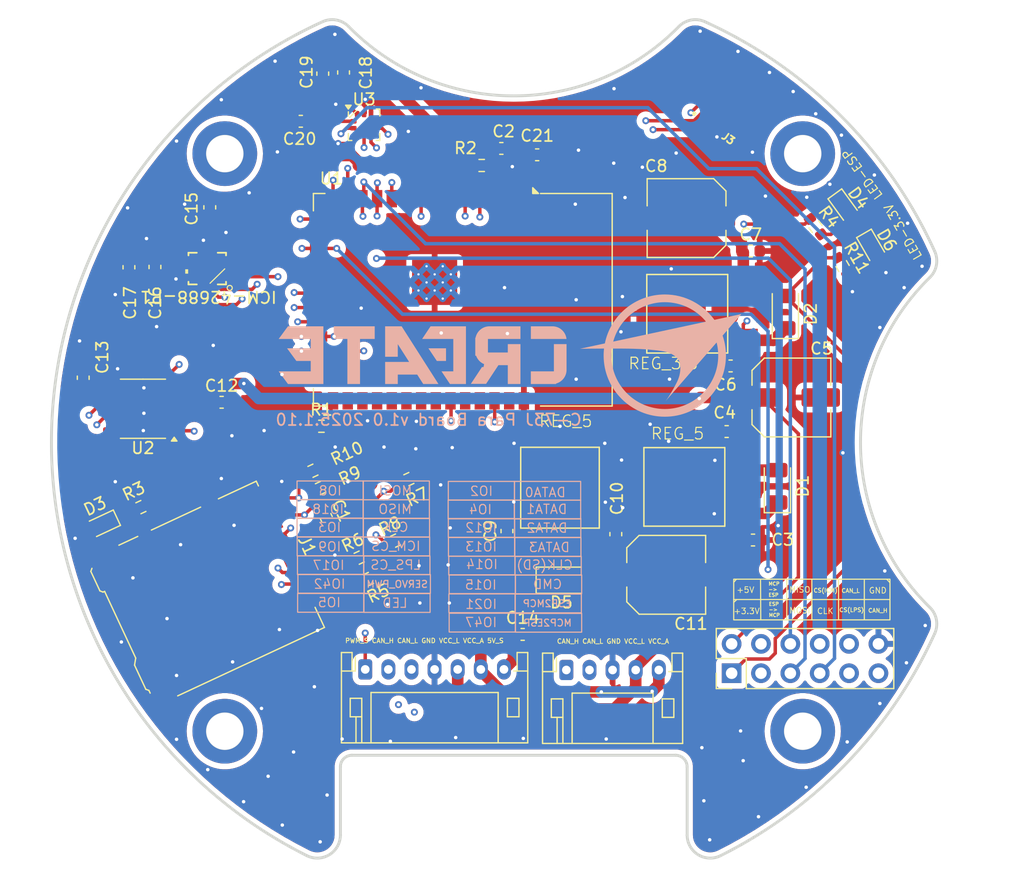
<source format=kicad_pcb>
(kicad_pcb (version 20240108) (generator "pcbnew") (generator_version "8.0")
  (title_block (date "2025-01-20") (company "CREATE"))
  (layers (0 "F.Cu" signal) (1 "In1.Cu" signal) (2 "In2.Cu" signal) (31 "B.Cu" signal) (34 "B.Paste" user) (35 "F.Paste" user) (36 "B.SilkS" user "B.Silkscreen") (37 "F.SilkS" user "F.Silkscreen") (38 "B.Mask" user) (39 "F.Mask" user) (44 "Edge.Cuts" user))
  (net 0 "")
  (net 1 "+3.3V")
  (net 2 "GND")
  (net 3 "Net-(U1-EN)")
  (net 4 "/VCC_LOGIC")
  (net 5 "+5V")
  (net 6 "/VCC_ACTUATOR")
  (net 7 "/5V_SERVO")
  (net 8 "Net-(D3-K)")
  (net 9 "Net-(D4-A)")
  (net 10 "/CLK")
  (net 15 "/MOSI")
  (net 16 "/ICM_CS")
  (net 19 "/MISO")
  (net 20 "/IO13")
  (net 22 "/IO15")
  (net 23 "/IO4")
  (net 25 "/IO2")
  (net 27 "/IO14")
  (net 28 "Net-(J1-DET_A)")
  (net 30 "/IO12")
  (net 31 "/CAN_L")
  (net 32 "/CAN_H")
  (net 33 "/D+")
  (net 34 "/D-")
  (net 36 "/SERVO_PWM")
  (net 37 "/LPS_CS")
  (net 38 "/ESP2MCP")
  (net 39 "/MCP2ESP")
  (net 40 "Net-(U1-IO0)")
  (net 41 "/LED")
  (net 60 "Net-(D6-A)")
  (net 61 "unconnected-(U1-RXD0-Pad36)")
  (footprint "Diode_SMD:D_1206_3216Metric" (layer "F.Cu") (at 168.95 91.22 90)
    (property "Reference" "D2")
    (property "Value" "~")
  )
  (footprint "Diode_SMD:D_1206_3216Metric" (layer "F.Cu") (at 149.67 114.43)
    (property "Reference" "D5")
    (property "Value" "~")
  )
  (footprint "Capacitor_SMD:C_0603_1608Metric" (layer "F.Cu") (at 108.2 96.9 90)
    (property "Reference" "C13")
    (property "Value" "0.1")
  )
  (footprint "Capacitor_SMD:C_0603_1608Metric" (layer "F.Cu") (at 130.725 70.475 90)
    (property "Reference" "C18")
    (property "Value" "0.1u")
  )
  (footprint "Resistor_SMD:R_0603_1608Metric" (layer "F.Cu") (at 128.075 104.95 -155)
    (property "Reference" "R10")
    (property "Value" "10k")
  )
  (footprint "Package_SO:SOIC-8_3.9x4.9mm_P1.27mm" (layer "F.Cu") (at 113.369346 99.585807 180)
    (property "Reference" "U2")
    (property "Value" "MCP2562-E-SN")
  )
  (footprint "Resistor_SMD:R_0603_1608Metric" (layer "F.Cu") (at 132.075 112.475 -155)
    (property "Reference" "R6")
    (property "Value" "10k")
  )
  (footprint "Capacitor_SMD:C_Elec_6.3x5.8" (layer "F.Cu") (at 160.4 83.08 180)
    (property "Reference" "C8")
    (property "Value" "47u")
  )
  (footprint "Resistor_SMD:R_0603_1608Metric" (layer "F.Cu") (at 173.9 87.23 -60)
    (property "Reference" "R11")
    (property "Value" "1k")
  )
  (footprint "MountingHole:MountingHole_3.2mm_M3_DIN965_Pad_TopBottom" (layer "F.Cu") (at 170.45 77.5)
    (property "Reference" "REF**" (hide yes))
    (property "Value" "MountingHole_3.2mm_M3_DIN965_Pad_TopBottom")
  )
  (footprint "Resistor_SMD:R_0603_1608Metric" (layer "F.Cu") (at 171.56 83.82 -54)
    (property "Reference" "R4")
    (property "Value" "1k")
  )
  (footprint "Capacitor_SMD:C_0603_1608Metric" (layer "F.Cu") (at 144.375 77.05)
    (property "Reference" "C2")
    (property "Value" "0.1u")
  )
  (footprint "Diode_SMD:D_1206_3216Metric" (layer "F.Cu") (at 168.26 106.3 90)
    (property "Reference" "D1")
    (property "Value" "~")
  )
  (footprint "Connector_Card:microSD_HC_Hirose_DM3AT-SF-PEJM5" (layer "F.Cu") (at 118.97 115.51 -65)
    (property "Reference" "J1")
    (property "Value" "Micro_SD_Card_Det_Hirose_DM3AT")
  )
  (footprint "Capacitor_SMD:C_0603_1608Metric" (layer "F.Cu") (at 147.475 77.6)
    (property "Reference" "C21")
    (property "Value" "0.1u")
  )
  (footprint "Package_LGA:ST_HLGA-10_2.5x2.5mm_P0.6mm_LayoutBorder3x2y" (layer "F.Cu") (at 132.5 75)
    (property "Reference" "U3")
    (property "Value" "LPS25HB")
  )
  (footprint "Capacitor_SMD:C_0603_1608Metric" (layer "F.Cu") (at 144.86 110.175 90)
    (property "Reference" "C9")
    (property "Value" "0.33u")
  )
  (footprint "Capacitor_SMD:C_0603_1608Metric" (layer "F.Cu") (at 127.025 74.7 180)
    (property "Reference" "C20")
    (property "Value" "0.1u")
  )
  (footprint "RF_Module:ESP32-S3-WROOM-1" (layer "F.Cu") (at 141.065 90.15 -90)
    (property "Reference" "U1")
    (property "Value" "ESP32-S3-WROOM-1")
  )
  (footprint "LED_SMD:LED_0603_1608Metric" (layer "F.Cu") (at 174.102957 82.183521 -54)
    (property "Reference" "D4")
    (property "Value" "LED")
  )
  (footprint "Capacitor_SMD:C_0603_1608Metric" (layer "F.Cu") (at 154.28 110.44 90)
    (property "Reference" "C10")
    (property "Value" "2.2u")
  )
  (footprint "Capacitor_SMD:C_Elec_6.3x5.8" (layer "F.Cu") (at 158.64 113.96)
    (property "Reference" "C11")
    (property "Value" "47u")
  )
  (footprint "Resistor_SMD:R_0603_1608Metric" (layer "F.Cu") (at 136.375 105.675 -155)
    (property "Reference" "R7")
    (property "Value" "10k")
  )
  (footprint "Capacitor_SMD:C_0603_1608Metric" (layer "F.Cu") (at 164.21 95.88 180)
    (property "Reference" "C6")
    (property "Value" "0.33u")
  )
  (footprint "paraboard:USB_Micro-B_HRS_ZX62R-B-5P" (layer "F.Cu") (at 164.423721 71.46246 145)
    (property "Reference" "J3")
    (property "Value" "USB_B_Micro")
  )
  (footprint "Connector_JST:JST_PH_S5B-PH-K_1x05_P2.00mm_Horizontal" (layer "F.Cu") (at 150 122.2)
    (property "Reference" "J2" (hide yes))
    (property "Value" "Conn_01x05_Socket")
  )
  (footprint "Connector_PinHeader_2.54mm:PinHeader_2x06_P2.54mm_Vertical" (layer "F.Cu") (at 164.3 122.48 90)
    (property "Reference" "J5" (hide yes))
    (property "Value" "Conn_01x12_Pin")
  )
  (footprint "Capacitor_SMD:C_0603_1608Metric" (layer "F.Cu") (at 165.955 85.93)
    (property "Reference" "C7")
    (property "Value" "2.2u")
  )
  (footprint "Resistor_SMD:R_0603_1608Metric" (layer "F.Cu") (at 128.81 101.1)
    (property "Reference" "R1")
    (property "Value" "10k")
  )
  (footprint "Capacitor_SMD:C_0603_1608Metric" (layer "F.Cu") (at 120.175 99.025)
    (property "Reference" "C12")
    (property "Value" "0.1")
  )
  (footprint "Resistor_SMD:R_0603_1608Metric" (layer "F.Cu") (at 142.675 78.525)
    (property "Reference" "R2")
    (property "Value" "10k")
  )
  (footprint "Capacitor_SMD:C_0603_1608Metric" (layer "F.Cu") (at 146.22 119.12)
    (property "Reference" "C14")
    (property "Value" "2.2u")
  )
  (footprint "LED_SMD:LED_0603_1608Metric" (layer "F.Cu") (at 109.766283 109.642812 -155)
    (property "Reference" "D3")
    (property "Value" "LED")
  )
  (footprint "MountingHole:MountingHole_3.2mm_M3_DIN965_Pad_TopBottom" (layer "F.Cu") (at 120.45 127.5)
    (property "Reference" "REF**" (hide yes))
    (property "Value" "MountingHole_3.2mm_M3_DIN965_Pad_TopBottom")
  )
  (footprint "CREATE_Regulator:NJM2391DL1-33" (layer "F.Cu") (at 149.45 106.42)
    (property "Reference" "NJM2391DL1-05-2" (hide yes))
    (property "Value" "~" (hide yes))
  )
  (footprint "MountingHole:MountingHole_3.2mm_M3_DIN965_Pad_TopBottom" (layer "F.Cu") (at 170.45 127.5)
    (property "Reference" "REF**" (hide yes))
    (property "Value" "MountingHole_3.2mm_M3_DIN965_Pad_TopBottom")
  )
  (footprint "MountingHole:MountingHole_3.2mm_M3_DIN965_Pad_TopBottom" (layer "F.Cu") (at 120.45 77.5)
    (property "Reference" "REF**" (hide yes))
    (property "Value" "MountingHole_3.2mm_M3_DIN965_Pad_TopBottom")
  )
  (footprint "ICM42688:ICM42688_TDK" (layer "F.Cu") (at 118.9303 87.450001 180)
    (property "Reference" "ICM-42688-P1")
    (property "Value" "~" (hide yes))
  )
  (footprint "Resistor_SMD:R_0603_1608Metric" (layer "F.Cu") (at 113.19 108.1 -155)
    (property "Reference" "R3")
    (property "Value" "1KΩ")
  )
  (footprint "Capacitor_SMD:C_0603_1608Metric" (layer "F.Cu") (at 128.925 70.575 90)
    (property "Reference" "C19")
    (property "Value" "10u")
  )
  (footprint "Capacitor_SMD:C_0603_1608Metric" (layer "F.Cu") (at 112.155301 87.336001 -90)
    (property "Reference" "C17")
    (property "Value" "2.2u")
  )
  (footprint "Resistor_SMD:R_0603_1608Metric" (layer "F.Cu") (at 135.225 111 -155)
    (property "Reference" "R8")
    (property "Value" "10k")
  )
  (footprint "Capacitor_SMD:C_0603_1608Metric" (layer "F.Cu") (at 119.15 82.15 90)
    (property "Reference" "C15")
    (property "Value" "10n")
  )
  (footprint "Connector_JST:JST_PH_S7B-PH-K_1x07_P2.00mm_Horizontal" (layer "F.Cu") (at 132.6 122.15)
    (property "Reference" "J4" (hide yes))
    (property "Value" "Conn_01x07_Socket")
  )
  (footprint "CREATE_Regulator:NJM2391DL1-33" (layer "F.Cu") (at 160.21 106.35 90)
    (property "Reference" "NJM2391DL1-05-1" (hide yes))
    (property "Value" "~" (hide yes))
  )
  (footprint "Capacitor_SMD:C_0603_1608Metric" (layer "F.Cu") (at 114.405301 87.311001 -90)
    (property "Reference" "C16")
    (property "Value" "0.1u")
  )
  (footprint "Capacitor_SMD:C_Elec_6.3x5.8" (layer "F.Cu") (at 169.4725 98.61)
    (property "Reference" "C5")
    (property "Value" "47u")
  )
  (footprint "Capacitor_SMD:C_0603_1608Metric" (layer "F.Cu") (at 163.87 101.56 180)
    (property "Reference" "C4")
    (property "Value" "2.2u")
  )
  (footprint "LED_SMD:LED_0603_1608Metric" (layer "F.Cu") (at 176.49 85.69 -60)
    (property "Reference" "D6")
    (property "Value" "LED")
  )
  (footprint "Capacitor_SMD:C_0603_1608Metric" (layer "F.Cu") (at 129.225 109 -65)
    (property "Reference" "C1")
    (property "Value" "10u")
  )
  (footprint "CREATE_Regulator:NJM2391DL1-33" (layer "F.Cu") (at 160.46 91.36 90)
    (property "Reference" "NJM2391DL1-33-1" (hide yes))
    (property "Value" "~" (hide yes))
  )
  (footprint "Resistor_SMD:R_0603_1608Metric" (layer "F.Cu") (at 132.875 114.325 -155)
    (property "Reference" "R5")
    (property "Value" "10k")
  )
  (footprint "Capacitor_SMD:C_0603_1608Metric" (layer "F.Cu") (at 166.15 110.95)
    (property "Reference" "C3")
    (property "Value" "0.33u")
  )
  (footprint "Resistor_SMD:R_0603_1608Metric" (layer "F.Cu") (at 128.725 106.45 -155)
    (property "Reference" "R9")
    (property "Value" "10k")
  )
  (gr_rect (start 132.425 105.8375) (end 138.15 107.4625) (stroke (width 0.1)) (fill none) (layer "B.SilkS"))
  (gr_poly (pts (xy 128.979233 97.443558) (xy 127.883223 97.443558) (xy 127.883223 97.443373) (xy 125.913175 97.443373) (xy 125.109448 96.34739) (xy 127.883223 96.34739) (xy 127.883223 95.4477) (xy 126.639692 95.4477) (xy 125.835964 94.351717) (xy 127.883223 94.351717) (xy 127.883223 93.54323) (xy 125.109448 93.54323) (xy 125.913175 92.447246) (xy 128.979233 92.447246)) (stroke (width 0) (color 255 255 255 1)) (fill solid) (layer "B.SilkS"))
  (gr_rect (start 126.7 105.8375) (end 132.425 107.4625) (stroke (width 0.1)) (fill none) (layer "B.SilkS"))
  (gr_poly (pts (xy 148.850588 92.448642) (xy 148.908935 92.452786) (xy 148.966499 92.459615) (xy 149.023218 92.469068) (xy 149.079029 92.481081) (xy 149.133868 92.495591) (xy 149.187674 92.512534) (xy 149.240383 92.53185) (xy 149.291932 92.553473) (xy 149.342258 92.577342) (xy 149.391299 92.603394) (xy 149.438991 92.631565) (xy 149.485272 92.661793) (xy 149.530078 92.694014) (xy 149.573347 92.728167) (xy 149.615016 92.764187) (xy 149.655021 92.802013) (xy 149.693301 92.841581) (xy 149.729792 92.882828) (xy 149.764431 92.925691) (xy 149.797155 92.970108) (xy 149.827902 93.016015) (xy 149.856608 93.06335) (xy 149.883211 93.11205) (xy 149.907647 93.162052) (xy 149.929854 93.213292) (xy 149.949769 93.265709) (xy 149.967329 93.319238) (xy 149.982471 93.373818) (xy 149.995132 93.429385) (xy 150.005249 93.485877) (xy 150.012759 93.54323) (xy 146.928302 93.54323) (xy 146.928302 92.447246) (xy 148.791522 92.447246)) (stroke (width 0) (color 255 255 255 1)) (fill solid) (layer "B.SilkS"))
  (gr_rect (start 139.8625 113.9625) (end 145.5875 115.5875) (stroke (width 0.1)) (fill none) (layer "B.SilkS"))
  (gr_rect (start 145.575 115.625) (end 151.3 117.25) (stroke (width 0.1)) (fill none) (layer "B.SilkS"))
  (gr_rect (start 139.8375 115.6125) (end 145.5625 117.2375) (stroke (width 0.1)) (fill none) (layer "B.SilkS"))
  (gr_rect (start 132.5125 113.9375) (end 138.2375 115.5625) (stroke (width 0.1)) (fill none) (layer "B.SilkS"))
  (gr_poly (pts (xy 138.935741 97.443558) (xy 137.616899 97.443558) (xy 137.135331 96.688675) (xy 137.096305 96.627531) (xy 135.416254 96.627531) (xy 135.416254 97.443876) (xy 134.320244 97.443876) (xy 134.320244 95.531547) (xy 136.397144 95.531547) (xy 136.267365 95.328082) (xy 135.660067 94.376111) (xy 135.416254 93.993895) (xy 135.416254 95.085274) (xy 134.320244 95.085274) (xy 134.320244 92.447299) (xy 134.428776 92.447299) (xy 134.42875 92.447246) (xy 135.748439 92.447246)) (stroke (width 0) (color 255 255 255 1)) (fill solid) (layer "B.SilkS"))
  (gr_rect (start 139.825 112.35) (end 145.55 113.975) (stroke (width 0.1)) (fill none) (layer "B.SilkS"))
  (gr_rect (start 145.5125 107.5) (end 151.2375 109.125) (stroke (width 0.1)) (fill none) (layer "B.SilkS"))
  (gr_rect (start 126.775 113.925) (end 132.5 115.55) (stroke (width 0.1)) (fill none) (layer "B.SilkS"))
  (gr_poly (pts (xy 146.029353 93.543891) (xy 143.215669 93.543891) (xy 143.215669 94.715863) (xy 144.933316 94.715863) (xy 144.933316 93.98974) (xy 146.029298 93.98974) (xy 146.029298 97.444061) (xy 144.933316 97.444061) (xy 144.933316 95.811847) (xy 144.124087 95.811847) (xy 144.084876 95.871272) (xy 143.055543 97.43107) (xy 141.737943 97.43107) (xy 142.698485 95.975491) (xy 142.834534 95.975491) (xy 142.884673 95.720777) (xy 142.829931 95.696785) (xy 142.776615 95.670242) (xy 142.724802 95.641226) (xy 142.674569 95.609816) (xy 142.625995 95.576088) (xy 142.579158 95.54012) (xy 142.534135 95.50199) (xy 142.491004 95.461776) (xy 142.449842 95.419555) (xy 142.410728 95.375406) (xy 142.37374 95.329405) (xy 142.338955 95.28163) (xy 142.30645 95.232159) (xy 142.276305 95.18107) (xy 142.248596 95.12844) (xy 142.223401 95.074347) (xy 142.188741 94.994972) (xy 142.119683 94.994972) (xy 142.119683 93.445466) (xy 142.138894 93.445466) (xy 142.165694 93.348391) (xy 142.196421 93.252696) (xy 142.234585 93.160595) (xy 142.279831 93.072445) (xy 142.3318 92.9886) (xy 142.390135 92.909418) (xy 142.454479 92.835254) (xy 142.524474 92.766463) (xy 142.599763 92.703403) (xy 142.67999 92.646428) (xy 142.764795 92.595895) (xy 142.853823 92.55216) (xy 142.946716 92.515578) (xy 143.043115 92.486506) (xy 143.092519 92.474898) (xy 143.142665 92.4653) (xy 143.19351 92.457757) (xy 143.245008 92.452315) (xy 143.297115 92.449017) (xy 143.349786 92.447908) (xy 146.029353 92.447908)) (stroke (width 0) (color 255 255 255 1)) (fill solid) (layer "B.SilkS"))
  (gr_rect (start 139.7875 105.875) (end 145.5125 107.5) (stroke (width 0.1)) (fill none) (layer "B.SilkS"))
  (gr_rect (start 145.6 113.975) (end 151.325 115.6) (stroke (width 0.1)) (fill none) (layer "B.SilkS"))
  (gr_rect (start 132.475 112.325) (end 138.2 113.95) (stroke (width 0.1)) (fill none) (layer "B.SilkS"))
  (gr_rect (start 139.8 110.725) (end 145.525 112.35) (stroke (width 0.1)) (fill none) (layer "B.SilkS"))
  (gr_rect (start 126.7125 110.6875) (end 132.4375 112.3125) (stroke (width 0.1)) (fill none) (layer "B.SilkS"))
  (gr_rect (start 139.775 107.4875) (end 145.5 109.1125) (stroke (width 0.1)) (fill none) (layer "B.SilkS"))
  (gr_rect (start 132.425 107.4625) (end 138.15 109.0875) (stroke (width 0.1)) (fill none) (layer "B.SilkS"))
  (gr_poly (pts (xy 158.84584 89.701399) (xy 159.16938 89.731164) (xy 159.487001 89.780054) (xy 159.798116 89.847481) (xy 160.102136 89.932857) (xy 160.398474 90.035594) (xy 160.686544 90.155103) (xy 160.965756 90.290798) (xy 161.235524 90.442089) (xy 161.495259 90.608389) (xy 161.744375 90.78911) (xy 161.982284 90.983664) (xy 162.208399 91.191463) (xy 162.422131 91.411919) (xy 162.622893 91.644443) (xy 162.810098 91.888449) (xy 165.138699 91.387331) (xy 163.518655 93.25068) (xy 163.585049 93.456064) (xy 163.643214 93.665017) (xy 163.669151 93.770772) (xy 163.692958 93.877347) (xy 163.714613 93.984719) (xy 163.73409 94.092865) (xy 163.751365 94.20176) (xy 163.766415 94.311381) (xy 163.779216 94.421703) (xy 163.789743 94.532704) (xy 163.797973 94.644359) (xy 163.803881 94.756644) (xy 163.807444 94.869537) (xy 163.808637 94.983013) (xy 163.801751 95.255321) (xy 163.781317 95.524055) (xy 163.747667 95.788882) (xy 163.701132 96.049468) (xy 163.642046 96.305483) (xy 163.570741 96.556593) (xy 163.487549 96.802466) (xy 163.392803 97.042769) (xy 163.286835 97.277169) (xy 163.169978 97.505336) (xy 163.042564 97.726935) (xy 162.904925 97.941634) (xy 162.757394 98.149102) (xy 162.600304 98.349004) (xy 162.433987 98.54101) (xy 162.258775 98.724786) (xy 162.075 98.9) (xy 161.882996 99.06632) (xy 161.683094 99.223413) (xy 161.475628 99.370946) (xy 161.260928 99.508587) (xy 161.039329 99.636003) (xy 160.811162 99.752863) (xy 160.57676 99.858834) (xy 160.336455 99.953582) (xy 160.09058 100.036776) (xy 159.839467 100.108083) (xy 159.583449 100.167171) (xy 159.322857 100.213707) (xy 159.058025 100.247358) (xy 158.789285 100.267793) (xy 158.516969 100.274679) (xy 158.244676 100.267793) (xy 157.975957 100.247358) (xy 157.711143 100.213707) (xy 157.450567 100.167171) (xy 157.194561 100.108083) (xy 156.943458 100.036776) (xy 156.697591 99.953582) (xy 156.457292 99.858834) (xy 156.222894 99.752863) (xy 155.994729 99.636003) (xy 155.77313 99.508587) (xy 155.55843 99.370946) (xy 155.350961 99.223413) (xy 155.151055 99.06632) (xy 154.959046 98.9) (xy 154.775266 98.724786) (xy 154.600047 98.54101) (xy 154.433723 98.349004) (xy 154.276625 98.149102) (xy 154.129086 97.941634) (xy 153.991439 97.726935) (xy 153.864017 97.505336) (xy 153.747151 97.277169) (xy 153.641176 97.042769) (xy 153.546422 96.802466) (xy 153.463223 96.556593) (xy 153.391911 96.305483) (xy 153.33282 96.049468) (xy 153.286281 95.788882) (xy 153.252627 95.524055) (xy 153.23219 95.255321) (xy 153.225304 94.983013) (xy 153.89417 94.983013) (xy 153.900185 95.220901) (xy 153.918038 95.455666) (xy 153.947438 95.687018) (xy 153.988094 95.914667) (xy 154.039716 96.138321) (xy 154.102013 96.35769) (xy 154.174695 96.572484) (xy 154.257472 96.782413) (xy 154.350051 96.987185) (xy 154.452144 97.186511) (xy 154.56346 97.3801) (xy 154.683708 97.567662) (xy 154.812597 97.748905) (xy 154.949837 97.923541) (xy 155.095137 98.091277) (xy 155.248208 98.251824) (xy 155.408758 98.404891) (xy 155.576497 98.550188) (xy 155.751134 98.687424) (xy 155.932378 98.81631) (xy 156.119941 98.936553) (xy 156.313529 99.047864) (xy 156.512854 99.149953) (xy 156.717625 99.242529) (xy 156.927551 99.325302) (xy 157.142341 99.39798) (xy 157.361705 99.460274) (xy 157.585353 99.511893) (xy 157.812994 99.552547) (xy 158.044337 99.581945) (xy 158.279092 99.599797) (xy 158.516969 99.605812) (xy 158.754869 99.599797) (xy 158.989644 99.581945) (xy 159.221005 99.552547) (xy 159.448661 99.511893) (xy 159.672321 99.460274) (xy 159.891696 99.39798) (xy 160.106494 99.325302) (xy 160.316426 99.242529) (xy 160.5212 99.149953) (xy 160.720527 99.047864) (xy 160.914116 98.936553) (xy 161.101677 98.81631) (xy 161.28292 98.687424) (xy 161.457553 98.550188) (xy 161.625287 98.404891) (xy 161.785831 98.251824) (xy 161.938895 98.091277) (xy 162.084189 97.923541) (xy 162.221421 97.748905) (xy 162.350303 97.567662) (xy 162.470542 97.3801) (xy 162.58185 97.186511) (xy 162.683934 96.987185) (xy 162.776506 96.782413) (xy 162.859275 96.572484) (xy 162.93195 96.35769) (xy 162.994241 96.138321) (xy 163.045858 95.914667) (xy 163.086509 95.687018) (xy 163.115906 95.455666) (xy 163.133757 95.220901) (xy 163.139771 94.983013) (xy 163.137501 94.836682) (xy 163.130734 94.691484) (xy 163.119539 94.547485) (xy 163.103985 94.404752) (xy 163.08414 94.263355) (xy 163.060073 94.123359) (xy 163.031851 93.984833) (xy 162.999543 93.847845) (xy 158.57174 98.940385) (xy 158.631901 98.862081) (xy 158.71306 98.748374) (xy 158.813268 98.599741) (xy 158.93058 98.416659) (xy 159.063047 98.199606) (xy 159.208722 97.94906) (xy 159.365659 97.665496) (xy 159.531911 97.349393) (xy 159.582548 97.246597) (xy 159.628142 97.145886) (xy 159.66891 97.047322) (xy 159.705069 96.950967) (xy 159.736838 96.856882) (xy 159.764432 96.765129) (xy 159.788069 96.675771) (xy 159.807966 96.588868) (xy 159.824341 96.504484) (xy 159.83741 96.42268) (xy 159.847391 96.343517) (xy 159.8545 96.267058) (xy 159.858956 96.193365) (xy 159.860975 96.122499) (xy 159.860775 96.054523) (xy 159.858572 95.989497) (xy 159.854584 95.927485) (xy 159.849029 95.868548) (xy 159.834082 95.760146) (xy 159.815469 95.664786) (xy 159.794929 95.582963) (xy 159.774197 95.515173) (xy 159.755013 95.461911) (xy 159.728234 95.400948) (xy 159.712525 95.372551) (xy 159.695665 95.34473) (xy 159.677733 95.317492) (xy 159.658812 95.290847) (xy 159.638982 95.264804) (xy 159.618323 95.239372) (xy 159.574845 95.190377) (xy 159.529025 95.14393) (xy 159.481508 95.100105) (xy 159.432944 95.058973) (xy 159.383977 95.020603) (xy 159.335255 94.985068) (xy 159.287425 94.952439) (xy 159.241134 94.922787) (xy 159.197028 94.896183) (xy 159.155755 94.872698) (xy 159.117961 94.852403) (xy 159.055398 94.82167) (xy 158.960679 94.779359) (xy 158.85541 94.736876) (xy 158.731989 94.69472) (xy 158.582819 94.653388) (xy 158.400298 94.613378) (xy 158.176828 94.575188) (xy 157.904809 94.539316) (xy 157.576642 94.50626) (xy 157.510983 94.500242) (xy 157.449839 94.494172) (xy 157.334546 94.481865) (xy 157.127519 94.460528) (xy 156.849897 94.438444) (xy 156.43704 94.415521) (xy 155.824305 94.391669) (xy 155.452095 94.382643) (xy 154.999071 94.376829) (xy 153.934123 94.373122) (xy 153.924886 94.448148) (xy 153.91683 94.523539) (xy 153.909971 94.599286) (xy 153.904324 94.675378) (xy 153.899905 94.751807) (xy 153.896729 94.828562) (xy 153.894812 94.905633) (xy 153.89417 94.983013) (xy 153.225304 94.983013) (xy 153.22586 94.906) (xy 153.22752 94.829253) (xy 153.230271 94.752779) (xy 153.234102 94.676586) (xy 153.238998 94.60068) (xy 153.244949 94.525069) (xy 153.251942 94.44976) (xy 153.259965 94.374762) (xy 152.107962 94.382084) (xy 151.177377 94.391669) (xy 153.330609 93.92833) (xy 153.365668 93.772571) (xy 154.054244 93.772571) (xy 162.085671 92.04431) (xy 161.921679 91.855913) (xy 161.747875 91.676668) (xy 161.564677 91.50699) (xy 161.372498 91.347293) (xy 161.171753 91.19799) (xy 160.962859 91.059497) (xy 160.746229 90.932228) (xy 160.52228 90.816596) (xy 160.291425 90.713016) (xy 160.05408 90.621903) (xy 159.810661 90.543671) (xy 159.561582 90.478734) (xy 159.307258 90.427506) (xy 159.048104 90.390401) (xy 158.784536 90.367835) (xy 158.516969 90.360221) (xy 158.317911 90.36443) (xy 158.121002 90.376944) (xy 157.92641 90.397593) (xy 157.734306 90.426208) (xy 157.544859 90.462619) (xy 157.358238 90.506656) (xy 157.174614 90.55815) (xy 156.994156 90.616931) (xy 156.817034 90.682829) (xy 156.643417 90.755674) (xy 156.473476 90.835298) (xy 156.307379 90.921529) (xy 156.145297 91.014199) (xy 155.9874 91.113138) (xy 155.833857 91.218176) (xy 155.684837 91.329144) (xy 155.540511 91.445871) (xy 155.401048 91.568188) (xy 155.266619 91.695926) (xy 155.137391 91.828915) (xy 155.013537 91.966984) (xy 154.895224 92.109965) (xy 154.782623 92.257688) (xy 154.675903 92.409983) (xy 154.575235 92.56668) (xy 154.480787 92.727609) (xy 154.39273 92.892602) (xy 154.311233 93.061488) (xy 154.236467 93.234097) (xy 154.1686 93.410261) (xy 154.107802 93.589808) (xy 154.054244 93.772571) (xy 153.365668 93.772571) (xy 153.381214 93.703507) (xy 153.44125 93.482407) (xy 153.510493 93.265256) (xy 153.588719 93.052276) (xy 153.675705 92.843692) (xy 153.771226 92.639727) (xy 153.875058 92.440606) (xy 153.986978 92.246552) (xy 154.106762 92.057788) (xy 154.234185 91.87454) (xy 154.369023 91.69703) (xy 154.511053 91.525483) (xy 154.660051 91.360121) (xy 154.815792 91.20117) (xy 154.978053 91.048853) (xy 155.146609 90.903394) (xy 155.321237 90.765016) (xy 155.501713 90.633944) (xy 155.687813 90.510401) (xy 155.879313 90.394611) (xy 156.075988 90.286798) (xy 156.277616 90.187185) (xy 156.483971 90.095998) (xy 156.69483 90.013458) (xy 156.909969 89.939791) (xy 157.129164 89.87522) (xy 157.352191 89.819969) (xy 157.578827 89.774262) (xy 157.808846 89.738322) (xy 158.042025 89.712374) (xy 158.278141 89.69664) (xy 158.516969 89.691346)) (stroke (width 0) (color 255 255 255 1)) (fill solid) (layer "B.SilkS"))
  (gr_rect (start 139.8625 117.2875) (end 145.5875 118.9125) (stroke (width 0.1)) (fill none) (layer "B.SilkS"))
  (gr_poly (pts (xy 141.313868 97.443479) (xy 141.222243 97.443479) (xy 141.222243 97.443505) (xy 139.928696 97.443505) (xy 139.198023 96.347522) (xy 140.217885 96.347522) (xy 140.217885 93.543362) (xy 137.520935 93.543362) (xy 138.251582 92.447379) (xy 141.313868 92.447379)) (stroke (width 0) (color 255 255 255 1)) (fill solid) (layer "B.SilkS"))
  (gr_rect (start 139.7875 109.0875) (end 145.5125 110.7125) (stroke (width 0.1)) (fill none) (layer "B.SilkS"))
  (gr_rect (start 126.7 109.05) (end 132.425 110.675) (stroke (width 0.1)) (fill none) (layer "B.SilkS"))
  (gr_rect (start 145.5125 105.875) (end 151.2375 107.5) (stroke (width 0.1)) (fill none) (layer "B.SilkS"))
  (gr_rect (start 126.75 115.575) (end 132.475 117.2) (stroke (width 0.1)) (fill none) (layer "B.SilkS"))
  (gr_rect (start 126.7375 112.3125) (end 132.4625 113.9375) (stroke (width 0.1)) (fill none) (layer "B.SilkS"))
  (gr_rect (start 132.45 110.7) (end 138.175 112.325) (stroke (width 0.1)) (fill none) (layer "B.SilkS"))
  (gr_rect (start 126.6875 107.45) (end 132.4125 109.075) (stroke (width 0.1)) (fill none) (layer "B.SilkS"))
  (gr_rect (start 145.5375 110.7375) (end 151.2625 112.3625) (stroke (width 0.1)) (fill none) (layer "B.SilkS"))
  (gr_rect (start 132.4375 109.0625) (end 138.1625 110.6875) (stroke (width 0.1)) (fill none) (layer "B.SilkS"))
  (gr_rect (start 145.5625 112.3625) (end 151.2875 113.9875) (stroke (width 0.1)) (fill none) (layer "B.SilkS"))
  (gr_poly (pts (xy 139.58995 95.447912) (xy 138.795274 95.447912) (xy 138.064627 94.351902) (xy 139.58995 94.351902)) (stroke (width 0) (color 255 255 255 1)) (fill solid) (layer "B.SilkS"))
  (gr_rect (start 132.4875 115.5875) (end 138.2125 117.2125) (stroke (width 0.1)) (fill none) (layer "B.SilkS"))
  (gr_poly (pts (xy 150.017733 96.215045) (xy 150.01674 96.264906) (xy 150.013783 96.314265) (xy 150.008902 96.363082) (xy 150.002134 96.411321) (xy 149.993516 96.458943) (xy 149.983086 96.505911) (xy 149.970882 96.552186) (xy 149.956942 96.59773) (xy 149.941303 96.642507) (xy 149.924003 96.686478) (xy 149.905079 96.729604) (xy 149.884569 96.771849) (xy 149.862512 96.813175) (xy 149.838944 96.853543) (xy 149.813903 96.892916) (xy 149.787427 96.931255) (xy 149.759553 96.968524) (xy 149.73032 97.004684) (xy 149.699765 97.039697) (xy 149.667925 97.073525) (xy 149.634839 97.106131) (xy 149.600543 97.137476) (xy 149.565077 97.167524) (xy 149.528476 97.196235) (xy 149.490779 97.223573) (xy 149.452024 97.249498) (xy 149.412249 97.273974) (xy 149.37149 97.296963) (xy 149.329786 97.318426) (xy 149.287174 97.338326) (xy 149.243692 97.356625) (xy 149.199378 97.373285) (xy 149.111218 97.404479) (xy 149.111218 97.443505) (xy 146.92674 97.443505) (xy 146.92674 96.347522) (xy 148.921725 96.347522) (xy 148.921725 93.989026) (xy 150.017733 93.989026)) (stroke (width 0) (color 255 255 255 1)) (fill solid) (layer "B.SilkS"))
  (gr_rect (start 145.525 109.1) (end 151.25 110.725) (stroke (width 0.1)) (fill none) (layer "B.SilkS"))
  (gr_rect (start 145.6 117.3) (end 151.325 118.925) (stroke (width 0.1)) (fill none) (layer "B.SilkS"))
  (gr_poly (pts (xy 133.42029 93.54323) (xy 132.149709 93.54323) (xy 132.149709 97.443955) (xy 131.053725 97.443955) (xy 131.053725 93.54323) (xy 129.875271 93.54323) (xy 129.875271 92.447246) (xy 133.42029 92.447246)) (stroke (width 0) (color 255 255 255 1)) (fill solid) (layer "B.SilkS"))
  (gr_line (start 175.78 114.41) (end 175.78 117.83) (stroke (width 0.1)) (layer "F.SilkS"))
  (gr_line (start 164.48 116.1) (end 178 116.1) (stroke (width 0.1)) (layer "F.SilkS"))
  (gr_line (start 119.1733 88.719599) (end 120.4433 87.474999) (stroke (width 0.1)) (layer "F.SilkS"))
  (gr_line (start 166.8 114.38) (end 166.82 117.85) (stroke (width 0.1)) (layer "F.SilkS"))
  (gr_circle (center 120.875 89.125) (end 121.0527 89.251401) (stroke (width 0.1)) (fill none) (layer "F.SilkS"))
  (gr_line (start 131.875 73.75) (end 131.25 74.375) (stroke (width 0.1)) (layer "F.SilkS"))
  (gr_line (start 169.08 114.355) (end 169.07 117.84) (stroke (width 0.1)) (layer "F.SilkS"))
  (gr_line (start 171.24 114.34) (end 171.24 117.86) (stroke (width 0.1)) (layer "F.SilkS"))
  (gr_line (start 177.74 114.36) (end 177.99 114.63) (stroke (width 0.1)) (layer "F.SilkS"))
  (gr_line (start 173.55 114.415) (end 173.55 117.845) (stroke (width 0.1)) (layer "F.SilkS"))
  (gr_line (start 164.5 116.32) (end 164.7 116.15) (stroke (width 0.1)) (layer "F.SilkS"))
  (gr_line (start 164.51 114.57) (end 164.68 114.38) (stroke (width 0.1)) (layer "F.SilkS"))
  (gr_rect (start 164.48 114.34) (end 178 117.86) (stroke (width 0.1)) (fill none) (layer "F.SilkS"))
  (gr_arc (start 163.344736 138.27399) (mid 161.402847 138.189301) (end 160.45 136.495139) (stroke (width 0.25)) (layer "Edge.Cuts"))
  (gr_arc (start 130.45 130.580942) (mid 130.742879 129.87387) (end 131.449951 129.580992) (stroke (width 0.25)) (layer "Edge.Cuts"))
  (gr_circle (center 170.45 127.5) (end 171.95 127.5) (stroke (width 0.25)) (fill none) (layer "Edge.Cuts"))
  (gr_arc (start 181.45 116.782857) (mid 175.450002 102.500001) (end 181.45 88.217143) (stroke (width 0.25)) (layer "Edge.Cuts"))
  (gr_arc (start 130.45 136.485242) (mid 129.50132 138.186659) (end 127.555263 138.27399) (stroke (width 0.25)) (layer "Edge.Cuts"))
  (gr_circle (center 170.45 77.5) (end 171.95 77.5) (stroke (width 0.25)) (fill none) (layer "Edge.Cuts"))
  (gr_arc (start 159.732856 66.5) (mid 160.794078 65.93398) (end 161.988044 66.078947) (stroke (width 0.25)) (layer "Edge.Cuts"))
  (gr_arc (start 181.45 116.782857) (mid 182.016013 117.844079) (end 181.871052 119.038045) (stroke (width 0.25)) (layer "Edge.Cuts"))
  (gr_circle (center 120.45 77.5) (end 121.95 77.5) (stroke (width 0.25)) (fill none) (layer "Edge.Cuts"))
  (gr_arc (start 128.911955 66.078947) (mid 130.105922 65.933979) (end 131.167143 66.5) (stroke (width 0.25)) (layer "Edge.Cuts"))
  (gr_line (start 131.449951 129.580992) (end 159.449951 129.580992) (stroke (width 0.25)) (layer "Edge.Cuts"))
  (gr_circle (center 120.45 127.5) (end 121.95 127.5) (stroke (width 0.25)) (fill none) (layer "Edge.Cuts"))
  (gr_arc (start 181.871052 119.038045) (mid 174.260703 130.247853) (end 163.344736 138.27399) (stroke (width 0.25)) (layer "Edge.Cuts"))
  (gr_arc (start 159.732856 66.5) (mid 145.449999 72.5) (end 131.167143 66.5) (stroke (width 0.25)) (layer "Edge.Cuts"))
  (gr_line (start 160.45 130.581042) (end 160.45 136.495139) (stroke (width 0.25)) (layer "Edge.Cuts"))
  (gr_line (start 130.45 136.485242) (end 130.45 130.580942) (stroke (width 0.25)) (layer "Edge.Cuts"))
  (gr_arc (start 181.871052 85.961955) (mid 182.016014 87.155919) (end 181.45 88.217143) (stroke (width 0.25)) (layer "Edge.Cuts"))
  (gr_arc (start 161.988044 66.078947) (mid 173.73427 74.215729) (end 181.871052 85.961955) (stroke (width 0.25)) (layer "Edge.Cuts"))
  (gr_arc (start 127.555263 138.27399) (mid 105.45706 101.74845) (end 128.911955 66.078947) (stroke (width 0.25)) (layer "Edge.Cuts"))
  (gr_arc (start 159.449951 129.580992) (mid 160.157093 129.8739) (end 160.45 130.581042) (stroke (width 0.25)) (layer "Edge.Cuts"))
  (gr_text "MOSI" (at 136.725 107.15 0) (layer "B.SilkS") (effects (font (size 0.8 0.8) (thickness 0.1)) (justify left bottom mirror)))
  (gr_text "IO8" (at 130.625 107.15 0) (layer "B.SilkS") (effects (font (size 0.8 0.8) (thickness 0.1)) (justify left bottom mirror)))
  (gr_text "ICM_CS" (at 137.45 111.95 0) (layer "B.SilkS") (effects (font (size 0.8 0.8) (thickness 0.1)) (justify left bottom mirror)))
  (gr_text "IO15" (at 142.6 115.3 0) (layer "B.SilkS") (effects (font (size 0.8 0.8) (thickness 0.1)) (justify bottom mirror)))
  (gr_text "IO14" (at 142.7 113.525 0) (layer "B.SilkS") (effects (font (size 0.8 0.8) (thickness 0.1)) (justify bottom mirror)))
  (gr_text "IO13" (at 142.625 112 0) (layer "B.SilkS") (effects (font (size 0.8 0.8) (thickness 0.1)) (justify bottom mirror)))
  (gr_text "DATA3" (at 148.525 112.05 0) (layer "B.SilkS") (effects (font (size 0.8 0.8) (thickness 0.1)) (justify bottom mirror)))
  (gr_text "CLK" (at 136.4 110.3 0) (layer "B.SilkS") (effects (font (size 0.8 0.8) (thickness 0.1)) (justify left bottom mirror)))
  (gr_text "DATA2" (at 148.325 110.375 0) (layer "B.SilkS") (effects (font (size 0.8 0.8) (thickness 0.1)) (justify bottom mirror)))
  (gr_text "MISO" (at 136.7 108.75 0) (layer "B.SilkS") (effects (font (size 0.8 0.8) (thickness 0.1)) (justify left bottom mirror)))
  (gr_text "IO9" (at 130.575 112 0) (layer "B.SilkS") (effects (font (size 0.8 0.8) (thickness 0.1)) (justify left bottom mirror)))
  (gr_text "IO2" (at 143.7125 107.1875 0) (layer "B.SilkS") (effects (font (size 0.8 0.8) (thickness 0.1)) (justify left bottom mirror)))
  (gr_text "DATA1" (at 148.3 108.75 0) (layer "B.SilkS") (effects (font (size 0.8 0.8) (thickness 0.1)) (justify bottom mirror)))
  (gr_text "SERVO_PWM" (at 138.075 115.125 0) (layer "B.SilkS") (effects (font (size 0.6 0.6) (thickness 0.1)) (justify left bottom mirror)))
  (gr_text "IO17" (at 130.875 113.6 0) (layer "B.SilkS") (effects (font (size 0.8 0.8) (thickness 0.1)) (justify left bottom mirror)))
  (gr_text "CLK(SD)" (at 150.625 113.575 0) (layer "B.SilkS") (effects (font (size 0.8 0.8) (thickness 0.1)) (justify left bottom mirror)))
  (gr_text "IO18" (at 130.825 108.75 0) (layer "B.SilkS") (effects (font (size 0.8 0.8) (thickness 0.1)) (justify left bottom mirror)))
  (gr_text "DATA0" (at 148.175 107.3 0) (layer "B.SilkS") (effects (font (size 0.8 0.8) (thickness 0.1)) (justify bottom mirror)))
  (gr_text "LPS_CS" (at 137.5 113.575 0) (layer "B.SilkS") (effects (font (size 0.8 0.8) (thickness 0.1)) (justify left bottom mirror)))
  (gr_text "C-73J Para Board v1.0 2025.1.10" (at 151.425 101.125 0) (layer "B.SilkS") (effects (font (size 1 1)) (justify left bottom mirror)))
  (gr_text "IO12" (at 142.625 110.35 0) (layer "B.SilkS") (effects (font (size 0.8 0.8) (thickness 0.1)) (justify bottom mirror)))
  (gr_text "IO5" (at 130.55 116.825 0) (layer "B.SilkS") (effects (font (size 0.8 0.8) (thickness 0.1)) (justify left bottom mirror)))
  (gr_text "LED" (at 136.325 116.875 0) (layer "B.SilkS") (effects (font (size 0.8 0.8) (thickness 0.1)) (justify left bottom mirror)))
  (gr_text "CMD" (at 148.375 115.25 0) (layer "B.SilkS") (effects (font (size 0.8 0.8) (thickness 0.1)) (justify bottom mirror)))
  (gr_text "IO47" (at 142.625 118.55 0) (layer "B.SilkS") (effects (font (size 0.8 0.8) (thickness 0.1)) (justify bottom mirror)))
  (gr_text "IO42" (at 130.95 115.225 0) (layer "B.SilkS") (effects (font (size 0.8 0.8) (thickness 0.1)) (justify left bottom mirror)))
  (gr_text "IO21" (at 142.625 116.975 0) (layer "B.SilkS") (effects (font (size 0.8 0.8) (thickness 0.1)) (justify bottom mirror)))
  (gr_text "ESP2MCP" (at 148.325 116.8 0) (layer "B.SilkS") (effects (font (size 0.6 0.6) (thickness 0.1)) (justify bottom mirror)))
  (gr_text "IO4" (at 143.625 108.775 0) (layer "B.SilkS") (effects (font (size 0.8 0.8) (thickness 0.1)) (justify left bottom mirror)))
  (gr_text "MCP2ESP" (at 148.375 118.475 0) (layer "B.SilkS") (effects (font (size 0.6 0.6) (thickness 0.1)) (justify bottom mirror)))
  (gr_text "IO3" (at 130.575 110.325 0) (layer "B.SilkS") (effects (font (size 0.8 0.8) (thickness 0.1)) (justify left bottom mirror)))
  (gr_text "CS(ICM)" (at 171.35 115.52 0) (layer "F.SilkS") (effects (font (size 0.35 0.35) (thickness 0.07)) (justify left bottom)))
  (gr_text "ESP\n->\nMCP\n" (at 167.48 117.63 0) (layer "F.SilkS") (effects (font (size 0.3 0.3) (thickness 0.07)) (justify left bottom)))
  (gr_text "+3.3V" (at 164.44 117.4 0) (layer "F.SilkS") (effects (font (size 0.5 0.5) (thickness 0.07)) (justify left bottom)))
  (gr_text "CS(LPS)" (at 173.58 117.21 0) (layer "F.SilkS") (effects (font (size 0.35 0.35) (thickness 0.07)) (justify left bottom)))
  (gr_text "CAN_L" (at 173.77 115.54 0) (layer "F.SilkS") (effects (font (size 0.35 0.35) (thickness 0.07)) (justify left bottom)))
  (gr_text "+5V" (at 164.69 115.56 0) (layer "F.SilkS") (effects (font (size 0.5 0.5) (thickness 0.07)) (justify left bottom)))
  (gr_text "MISO" (at 169.25 115.54 0) (layer "F.SilkS") (effects (font (size 0.5 0.5) (thickness 0.07)) (justify left bottom)))
  (gr_text "MCP\n->\nESP" (at 167.45 115.88 0) (layer "F.SilkS") (effects (font (size 0.3 0.3) (thickness 0.07)) (justify left bottom)))
  (gr_text "LED-3.3V" (at 180.9 86.425 120) (layer "F.SilkS") (effects (font (size 0.75 0.75) (thickness 0.1)) (justify left bottom)))
  (gr_text "GND" (at 176.14 115.61 0) (layer "F.SilkS") (effects (font (size 0.5 0.5) (thickness 0.07)) (justify left bottom)))
  (gr_text "CAN_H CAN_L GND VCC_L VCC_A" (at 149.15 119.95 0) (layer "F.SilkS") (effects (font (size 0.4 0.4) (thickness 0.075) (bold yes)) (justify left bottom)))
  (gr_text "REG_3.3" (at 155.3 96.25 0) (layer "F.SilkS") (effects (font (size 1 1) (thickness 0.1)) (justify left bottom)))
  (gr_text "REG_5" (at 157.25 102.325 0) (layer "F.SilkS") (effects (font (size 1 1) (thickness 0.1)) (justify left bottom)))
  (gr_text "LED-ESP" (at 177.5 81.125 126) (layer "F.SilkS") (effects (font (size 0.75 0.75) (thickness 0.1)) (justify left bottom)))
  (gr_text "CAN_H" (at 176.08 117.26 0) (layer "F.SilkS") (effects (font (size 0.35 0.35) (thickness 0.07)) (justify left bottom)))
  (gr_text "MOSI" (at 169.25 117.34 0) (layer "F.SilkS") (effects (font (size 0.5 0.5) (thickness 0.07)) (justify left bottom)))
  (gr_text "PWM_S CAN_H CAN_L GND VCC_L VCC_A 5V_S" (at 130.825 119.9 0) (layer "F.SilkS") (effects (font (size 0.4 0.4) (thickness 0.075) (bold yes)) (justify left bottom)))
  (gr_text "REG_5" (at 147.575 101.25 0) (layer "F.SilkS") (effects (font (size 1 1) (thickness 0.1)) (justify left bottom)))
  (gr_text "CLK" (at 171.65 117.39 0) (layer "F.SilkS") (effects (font (size 0.5 0.5) (thickness 0.07)) (justify left bottom)))
  (segment (start 131.9 74.075) (end 130.725 72.9) (width 0.3) (layer "F.Cu") (net 1))
  (segment (start 109.325 96.690388) (end 108.340388 97.675) (width 1) (layer "F.Cu") (net 1))
  (segment (start 127.985 103.763636) (end 127.985 101.1) (width 1) (layer "F.Cu") (net 1))
  (segment (start 130.725 72.9) (end 130.725 71.25) (width 0.3) (layer "F.Cu") (net 1))
  (segment (start 118.016302 82.925) (end 114.405301 86.536001) (width 1) (layer "F.Cu") (net 1))
  (segment (start 114.6193 86.75) (end 114.405301 86.536001) (width 0.3) (layer "F.Cu") (net 1))
  (segment (start 110.894346 97.680807) (end 110.863539 97.65) (width 0.3) (layer "F.Cu") (net 1))
  (segment (start 168.95 89.82) (end 166.07 89.82) (width 1) (layer "F.Cu") (net 1))
  (segment (start 146.6 77.225) (end 146.6 75.375) (width 0.3) (layer "F.Cu") (net 1))
  (segment (start 128.6875 77.6625) (end 123.425 82.925) (width 1) (layer "F.Cu") (net 1))
  (segment (start 167.567602 121.25) (end 168.075 120.742602) (width 0.3) (layer "F.Cu") (net 1))
  (segment (start 119.15 82.925) (end 118.016302 82.925) (width 1) (layer "F.Cu") (net 1))
  (segment (start 107.2 104.35) (end 107.2 108.123058) (width 1) (layer "F.Cu") (net 1))
  (segment (start 129.025 71.25) (end 128.925 71.35) (width 1) (layer "F.Cu") (net 1))
  (segment (start 146.7 77.6) (end 146.6 77.5) (width 0.3) (layer "F.Cu") (net 1))
  (segment (start 136.397704 104.60134) (end 137.122704 105.32634) (width 1) (layer "F.Cu") (net 1))
  (segment (start 112.155301 86.561001) (end 111.915919 86.561001) (width 1) (layer "F.Cu") (net 1))
  (segment (start 117.8144 86.724998) (end 117.789398 86.75) (width 0.3) (layer "F.Cu") (net 1))
  (segment (start 137.122704 105.32634) (end 137.122704 109.50134) (width 1) (layer "F.Cu") (net 1))
  (segment (start 133.15 106.104918) (end 129.552529 109.702389) (width 1) (layer "F.Cu") (net 1))
  (segment (start 112.180301 86.536001) (end 112.155301 86.561001) (width 1) (layer "F.Cu") (net 1))
  (segment (start 141.85 76.475) (end 140.6625 75.2875) (width 1) (layer "F.Cu") (net 1))
  (segment (start 133.622704 112.92634) (end 132.822704 112.12634) (width 1) (layer "F.Cu") (net 1))
  (segment (start 173.4875 86.515529) (end 172.254471 86.515529) (width 0.3) (layer "F.Cu") (net 1))
  (segment (start 146.6 75.375) (end 145.325 75.375) (width 1) (layer "F.Cu") (net 1))
  (segment (start 165.18 85.93) (end 165.18 85.3225) (width 1) (layer "F.Cu") (net 1))
  (segment (start 168.075 119.481059) (end 174.775 112.781059) (width 0.3) (layer "F.Cu") (net 1))
  (segment (start 123.425 82.925) (end 119.15 82.925) (width 1) (layer "F.Cu") (net 1))
  (segment (start 128.822704 104.60134) (end 133.15 104.60134) (width 1) (layer "F.Cu") (net 1))
  (segment (start 138.6125 75.2875) (end 142.925 75.2875) (width 1) (layer "F.Cu") (net 1))
  (segment (start 128.282542 104.061178) (end 128.822704 104.60134) (width 1) (layer "F.Cu") (net 1))
  (segment (start 141.85 76.3625) (end 142.925 75.2875) (width 1) (layer "F.Cu") (net 1))
  (segment (start 142.925 75.2875) (end 145.901882 75.2875) (width 1) (layer "F.Cu") (net 1))
  (segment (start 133.97366 113.97634) (end 133.622704 113.97634) (width 1) (layer "F.Cu") (net 1))
  (segment (start 174.775 95.645) (end 168.95 89.82) (width 0.3) (layer "F.Cu") (net 1))
  (segment (start 127.8 75.7) (end 128.6875 76.5875) (width 1) (layer "F.Cu") (net 1))
  (segment (start 141.85 76.475) (end 141.85 76.3625) (width 1) (layer "F.Cu") (net 1))
  (segment (start 132.015 78.229781) (end 131.447719 77.6625) (width 1) (layer "F.Cu") (net 1))
  (segment (start 140.6625 75.2875) (end 138.6125 75.2875) (width 1) (layer "F.Cu") (net 1))
  (segment (start 127.8 74.7) (end 127.8 75.7) (width 1) (layer "F.Cu") (net 1))
  (segment (start 119.430299 86.571599) (end 119.430299 83.205299) (width 0.3) (layer "F.Cu") (net 1))
  (segment (start 130.725 71.25) (end 129.025 71.25) (width 1) (layer "F.Cu") (net 1))
  (segment (start 135.972704 111.977296) (end 133.97366 113.97634) (width 1) (layer "F.Cu") (net 1))
  (segment (start 162.9375 83.08) (end 155.2325 75.375) (width 1) (layer "F.Cu") (net 1))
  (segment (start 125.749353 111.769463) (end 127.485455 111.769463) (width 0.3) (layer "F.Cu") (net 1))
  (segment (start 132.015 78.525) (end 132.015 78.229781) (width 1) (layer "F.Cu") (net 1))
  (segment (start 168.075 120.742602) (end 168.075 119.481059) (width 0.3) (layer "F.Cu") (net 1))
  (segment (start 133.15 104.60134) (end 133.15 106.104918) (width 1) (layer "F.Cu") (net 1))
  (segment (start 134.575 71.25) (end 130.725 71.25) (width 1) (layer "F.Cu") (net 1))
  (segment (start 117.789398 86.75) (end 114.6193 86.75) (width 0.3) (layer "F.Cu") (net 1))
  (segment (start 107.488822 104.061178) (end 128.282542 104.061178) (width 1) (layer "F.Cu") (net 1))
  (segment (start 165.53 121.25) (end 167.567602 121.25) (width 0.3) (layer "F.Cu") (net 1))
  (segment (start 107.975 97.675) (end 108.2 97.675) (width 1) (layer "F.Cu") (net 1))
  (segment (start 165.31 86.06) (end 165.18 85.93) (width 1) (layer "F.Cu") (net 1))
  (segment (start 141.85 78.525) (end 132.015 78.525) (width 1) (layer "F.Cu") (net 1))
  (segment (start 145.055 81.4) (end 145.055 80.35) (width 0.3) (layer "F.Cu") (net 1))
  (segment (start 128.822704 105.45134) (end 129.472704 106.10134) (width 1) (layer "F.Cu") (net 1))
  (segment (start 131.575 74.7) (end 127.8 74.7) (width 0.3) (layer "F.Cu") (net 1))
  (segment (start 165.18 85.3225) (end 162.9375 83.08) (width 1) (layer "F.Cu") (net 1))
  (segment (start 107.2 108.123058) (end 109.052566 109.975624) (width 1) (layer "F.Cu") (net 1))
  (segment (start 108.361614 97.65) (end 108.330807 97.680807) (width 0.3) (layer "F.Cu") (net 1))
  (segment (start 107.2 98.45) (end 107.975 97.675) (width 1) (layer "F.Cu") (net 1))
  (segment (start 119.444699 86.585999) (end 119.430299 86.571599) (width 0.3) (layer "F.Cu") (net 1))
  (segment (start 135.972704 110.65134) (end 135.972704 111.977296) (width 1) (layer "F.Cu") (net 1))
  (segment (start 131.447719 77.6625) (end 128.6875 77.6625) (width 1) (layer "F.Cu") (net 1))
  (segment (start 174.775 112.781059) (end 174.775 95.645) (width 0.3) (layer "F.Cu") (net 1))
  (segment (start 133.15 104.60134) (end 136.397704 104.60134) (width 1) (layer "F.Cu") (net 1))
  (segment (start 146.6 77.5) (end 146.6 77.225) (width 0.3) (layer "F.Cu") (net 1))
  (segment (start 108.340388 97.675) (end 108.2 97.675) (width 1) (layer "F.Cu") (net 1))
  (segment (start 155.2325 75.375) (end 146.6 75.375) (width 1) (layer "F.Cu") (net 1))
  (segment (start 146.6 78.805) (end 146.6 77.225) (width 0.3) (layer "F.Cu") (net 1))
  (segment (start 165.31 89.06) (end 165.31 86.06) (width 1) (layer "F.Cu") (net 1))
  (segment (start 133.622704 113.97634) (end 133.622704 112.92634) (width 1) (layer "F.Cu") (net 1))
  (segment (start 128.6875 76.5875) (end 128.6875 77.6625) (width 1) (layer "F.Cu") (net 1))
  (segment (start 138.6125 75.2875) (end 134.575 71.25) (width 1) (layer "F.Cu") (net 1))
  (segment (start 172.254471 86.515529) (end 168.95 89.82) (width 0.3) (layer "F.Cu") (net 1))
  (segment (start 128.282542 104.061178) (end 127.985 103.763636) (width 1) (layer "F.Cu") (net 1))
  (segment (start 107.2 104.35) (end 107.488822 104.061178) (width 1) (layer "F.Cu") (net 1))
  (segment (start 119.430299 83.205299) (end 119.15 82.925) (width 0.3) (layer "F.Cu") (net 1))
  (segment (start 128.822704 104.60134) (end 128.822704 105.45134) (width 1) (layer "F.Cu") (net 1))
  (segment (start 141.85 78.525) (end 141.85 76.475) (width 1) (layer "F.Cu") (net 1))
  (segment (start 164.3 122.48) (end 165.53 121.25) (width 0.3) (layer "F.Cu") (net 1))
  (segment (start 145.055 80.35) (end 146.6 78.805) (width 0.3) (layer "F.Cu") (net 1))
  (segment (start 137.122704 109.50134) (end 135.972704 110.65134) (width 1) (layer "F.Cu") (net 1))
  (segment (start 109.325 89.15192) (end 109.325 96.690388) (width 1) (layer "F.Cu") (net 1))
  (segment (start 110.863539 97.65) (end 108.361614 97.65) (width 0.3) (layer "F.Cu") (net 1))
  (segment (start 166.07 89.82) (end 165.31 89.06) (width 1) (layer "F.Cu") (net 1))
  (segment (start 107.2 98.45) (end 107.2 104.35) (width 1) (layer "F.Cu") (net 1))
  (segment (start 114.405301 86.536001) (end 112.180301 86.536001) (width 1) (layer "F.Cu") (net 1))
  (segment (start 111.915919 86.561001) (end 109.325 89.15192) (width 1) (layer "F.Cu") (net 1))
  (segment (start 127.485455 111.769463) (end 129.552529 109.702389) (width 0.3) (layer "F.Cu") (net 1))
  (segment (start 118.862701 86.504) (end 118.862701 85.262701) (width 0.3) (layer "F.Cu") (net 2))
  (segment (start 163.954302 74.399341) (end 163.954302 75.120698) (width 0.3) (layer "F.Cu") (net 2))
  (segment (start 117.8 87.200001) (end 117.374999 87.200001) (width 0.3) (layer "F.Cu") (net 2))
  (segment (start 131.9 75.925) (end 131.2 76.625) (width 0.3) (layer "F.Cu") (net 2))
  (segment (start 117.374999 87.200001) (end 116.225 88.35) (width 0.3) (layer "F.Cu") (net 2))
  (segment (start 118.862701 85.262701) (end 118.6 85) (width 0.3) (layer "F.Cu") (net 2))
  (segment (start 117.8144 87.214401) (end 117.8 87.200001) (width 0.3) (layer "F.Cu") (net 2))
  (segment (start 117.8144 87.224999) (end 117.8144 87.214401) (width 0.3) (layer "F.Cu") (net 2))
  (segment (start 131.2 76.625) (end 130.25 76.625) (width 0.3) (layer "F.Cu") (net 2))
  (segment (start 116.225 88.35) (end 114.6693 88.35) (width 0.3) (layer "F.Cu") (net 2))
  (segment (start 118.9447 86.585999) (end 118.862701 86.504) (width 0.3) (layer "F.Cu") (net 2))
  (segment (start 132.6 72.8) (end 132.6 73.975) (width 0.3) (layer "F.Cu") (net 2))
  (segment (start 114.6693 88.35) (end 114.405301 88.086001) (width 0.3) (layer "F.Cu") (net 2))
  (segment (start 132.6 73.975) (end 132.5 74.075) (width 0.3) (layer "F.Cu") (net 2))
  (segment (start 163.954302 75.120698) (end 163.025 76.05) (width 0.3) (layer "F.Cu") (net 2))
  (via (at 112.5 114.225) (size 0.6) (drill 0.3) (layers "F.Cu" "B.Cu") (net 2))
  (via (at 145.325 78.625) (size 0.6) (drill 0.3) (layers "F.Cu" "B.Cu") (net 2))
  (via (at 132.8 100.625) (size 0.6) (drill 0.3) (layers "F.Cu" "B.Cu") (net 2))
  (via (at 134.225 102.9) (size 0.6) (drill 0.3) (layers "F.Cu" "B.Cu") (net 2))
  (via (at 154.125 71.875) (size 0.6) (drill 0.3) (layers "F.Cu" "B.Cu") (net 2))
  (via (at 137.25 113.175) (size 0.6) (drill 0.3) (layers "F.Cu" "B.Cu") (net 2))
  (via (at 176.65 79.35) (size 0.6) (drill 0.3) (layers "F.Cu" "B.Cu") (net 2))
  (via (at 125.175 118.7) (size 0.6) (drill 0.3) (layers "F.Cu" "B.Cu") (net 2))
  (via (at 159.5 77.45) (size 0.6) (drill 0.3) (layers "F.Cu" "B.Cu") (net 2))
  (via (at 154.1 78.325) (size 0.6) (drill 0.3) (layers "F.Cu" "B.Cu") (net 2))
  (via (at 166.625 134.9) (size 0.6) (drill 0.3) (layers "F.Cu" "B.Cu") (net 2))
  (via (at 134.525 116.525) (size 0.6) (drill 0.3) (layers "F.Cu" "B.Cu") (net 2))
  (via (at 116.272566 76.411058) (size 0.6) (drill 0.3) (layers "F.Cu" "B.Cu") (net 2))
  (via (at 153.45 128.175) (size 0.6) (drill 0.3) (layers "F.Cu" "B.Cu") (net 2))
  (via (at 125.425 135.625) (size 0.6) (drill 0.3) (layers "F.Cu" "B.Cu") (net 2))
  (via (at 154.85 89.875) (size 0.6) (drill 0.3) (layers "F.Cu" "B.Cu") (net 2))
  (via (at 110.975 89.7) (size 0.6) (drill 0.3) (layers "F.Cu" "B.Cu") (net 2))
  (via (at 173.8 75.9) (size 0.6) (drill 0.3) (layers "F.Cu" "B.Cu") (net 2))
  (via (at 116.275 122.675) (size 0.6) (drill 0.3) (layers "F.Cu" "B.Cu") (net 2))
  (via (at 154.875 108.15) (size 0.6) (drill 0.3) (layers "F.Cu" "B.Cu") (net 2))
  (via (at 130.05 73.225) (size 0.6) (drill 0.3) (layers "F.Cu" "B.Cu") (net 2))
  (via (at 115.45 117.75) (size 0.6) (drill 0.3) (layers "F.Cu" "B.Cu") (net 2))
  (via (at 129.3 133.025) (size 0.6) (drill 0.3) (layers "F.Cu" "B.Cu") (net 2))
  (via (at 129.975 112.25) (size 0.6) (drill 0.3) (layers "F.Cu" "B.Cu") (net 2))
  (via (at 165.075 127.475) (size 0.6) (drill 0.3) (layers "F.Cu" "B.Cu") (net 2))
  (via (at 144.9 93.075) (size 0.6) (drill 0.3) (layers "F.Cu" "B.Cu") (net 2))
  (via (at 113.675 84.85) (size 0.6) (drill 0.3) (layers "F.Cu" "B.Cu") (net 2))
  (via (at 107.5 110.8) (size 0.6) (drill 0.3) (layers "F.Cu" "B.Cu") (net 2))
  (via (at 131.1 105.9) (size 0.6) (drill 0.3) (layers "F.Cu" "B.Cu") (net 2))
  (via (at 116.225 88.35) (size 0.6) (drill 0.3) (layers "F.Cu" "B.Cu") (net 2))
  (via (at 128.7 137.075) (size 0.6) (drill 0.3) (layers "F.Cu" "B.Cu") (net 2))
  (via (at 174.75 89.45) (size 0.6) (drill 0.3) (layers "F.Cu" "B.Cu") (net 2))
  (via (at 154.775 104.025) (size 0.6) (drill 0.3) (layers "F.Cu" "B.Cu") (net 2))
  (via (at 158.85 102.4) (size 0.6) (drill 0.3) (layers "F.Cu" "B.Cu") (net 2))
  (via (at 156.575 78.675) (size 0.6) (drill 0.3) (layers "F.Cu" "B.Cu") (net 2))
  (via (at 179.225 89.1) (size 0.6) (drill 0.3) (layers "F.Cu" "B.Cu") (net 2))
  (via (at 180.775 87.25) (size 0.6) (drill 0.3) (layers "F.Cu" "B.Cu") (net 2))
  (via (at 120.15 105.625) (size 0.6) (drill 0.3) (layers "F.Cu" "B.Cu") (net 2))
  (via (at 112.039091 82.194818) (size 0.6) (drill 0.3) (layers "F.Cu" "B.Cu") (net 2))
  (via (at 111.5 119.775) (size 0.6) (drill 0.3) (layers "F.Cu" "B.Cu") (net 2))
  (via (at 155.075 81.3) (size 0.6) (drill 0.3) (layers "F.Cu" "B.Cu") (net 2))
  (via (at 153.375 107.675) (size 0.6) (drill 0.3) (layers "F.Cu" "B.Cu") (net 2))
  (via (at 116.625 111.35) (size 0.6) (drill 0.3) (layers "F.Cu" "B.Cu") (net 2))
  (via (at 139.95 109.9) (size 0.6) (drill 0.3) (layers "F.Cu" "B.Cu") (net 2))
  (via (at 107.883051 93.714271) (size 0.6) (drill 0.3) (layers "F.Cu" "B.Cu") (net 2))
  (via (at 128.2 123.65) (size 0.6) (drill 0.3) (layers "F.Cu" "B.Cu") (net 2))
  (via (at 179.525 83.525) (size 0.6) (drill 0.3) (layers "F.Cu" "B.Cu") (net 2))
  (via (at 165.3 130.05) (size 0.6) (drill 0.3) (layers "F.Cu" "B.Cu") (net 2))
  (via (at 118.6 85) (size 0.6) (drill 0.3) (layers "F.Cu" "B.Cu") (net 2))
  (via (at 167.225 81.175) (size 0.6) (drill 0.3) (layers "F.Cu" "B.Cu") (net 2))
  (via (at 177.65 87.8) (size 0.6) (drill 0.3) (layers "F.Cu" "B.Cu") (net 2))
  (via (at 162.4 136.9) (size 0.6) (drill 0.3) (layers "F.Cu" "B.Cu") (net 2))
  (via (at 177.55 113.625) (size 0.6) (drill 0.3) (layers "F.Cu" "B.Cu") (net 2))
  (via (at 124.2 131.4) (size 0.6) (drill 0.3) (layers "F.Cu" "B.Cu") (net 2))
  (via (at 151.05 77.2) (size 0.6) (drill 0.3) (layers "F.Cu" "B.Cu") (net 2))
  (via (at 130 102.9) (size 0.6) (drill 0.3) (layers "F.Cu" "B.Cu") (net 2))
  (via (at 134.775 128.375) (size 0.6) (drill 0.3) (layers "F.Cu" "B.Cu") (net 2))
  (via (at 181.05 118.35) (size 0.6) (drill 0.3) (layers "F.Cu" "B.Cu") (net 2))
  (via (at 161.575 66.9) (size 0.6) (drill 0.3) (layers "F.Cu" "B.Cu") (net 2))
  (via (at 157.25 100.925) (size 0.6) (drill 0.3) (layers "F.Cu" "B.Cu") (net 2))
  (via (at 116.975 81.875) (size 0.6) (drill 0.3) (layers "F.Cu" "B.Cu") (net 2))
  (via (at 121.062546 101.922029) (size 0.6) (drill 0.3) (layers "F.Cu" "B.Cu") (net 2))
  (via (at 126.4 129.3) (size 0.6) (drill 0.3) (layers "F.Cu" "B.Cu") (net 2))
  (via (at 129.975 67.175) (size 0.6) (drill 0.3) (layers "F.Cu" "B.Cu") (net 2))
  (via (at 145.45 107.65) (size 0.6) (drill 0.3) (layers "F.Cu" "B.Cu") (net 2))
  (via (at 170.8 81.275) (size 0.6) (drill 0.3) (layers "F.Cu" "B.Cu") (net 2))
  (via (at 150.775 81.875) (size 0.6) (drill 0.3) (layers "F.Cu" "B.Cu") (net 2))
  (via (at 144.65 89.1) (size 0.6) (drill 0.3) (layers "F.Cu" "B.Cu") (net 2))
  (via (at 122.075 133.6) (size 0.6) (drill 0.3) (layers "F.Cu" "B.Cu") (net 2))
  (via (at 166.1 77.375) (size 0.6) (drill 0.3) (layers "F.Cu" "B.Cu") (net 2))
  (via (at 125.397112 96.616109) (size 0.6) (drill 0.3) (layers "F.Cu" "B.Cu") (net 2))
  (via (at 167.575 70.475) (size 0.6) (drill 0.3) (layers "F.Cu" "B.Cu") (net 2))
  (via (at 146.275 128.125) (size 0.6) (drill 0.3) (layers "F.Cu" "B.Cu") (net 2))
  (via (at 139.175 93.025) (size 0.6) (drill 0.3) (layers "F.Cu" "B.Cu") (net 2))
  (via (at 125 77.35) (size 0.6) (drill 0.3) (layers "F.Cu" "B.Cu") (net 2))
  (via (at 111.175 96.125) (size 0.6) (drill 0.3) (layers "F.Cu" "B.Cu") (net 2))
  (via (at 162.85 104.05) (size 0.6) (drill 0.3) (layers "F.Cu" "B.Cu") (net 2))
  (via (at 168.325 109.7) (size 0.6) (drill 0.3) (layers "F.Cu" "B.Cu") (net 2))
  (via (at 136.975 103.05) (size 0.6) (drill 0.3) (layers "F.Cu" "B.Cu") (net 2))
  (via (at 170.75 132.35) (size 0.6) (drill 0.3) (layers "F.Cu" "B.Cu") (net 2))
  (via (at 140.125 102.95) (size 0.6) (drill 0.3) (layers "F.Cu" "B.Cu") (net 2))
  (via (at 130.6 128.175) (size 0.6) (drill 0.3) (layers "F.Cu" "B.Cu") (net 2))
  (via (at 123.625 125.525) (size 0.6) (drill 0.3) (layers "F.Cu" "B.Cu") (net 2))
  (via (at 116.275 128.2) (size 0.6) (drill 0.3) (layers "F.Cu" "B.Cu") (net 2))
  (via (at 139.125 106.175) (size 0.6) (drill 0.3) (layers "F.Cu" "B.Cu") (net 2))
  (via (at 145.475 102.575) (size 0.6) (drill 0.3) (layers "F.Cu" "B.Cu") (net 2))
  (via (at 120.148281 72.833474) (size 0.6) (drill 0.3) (layers "F.Cu" "B.Cu") (net 2))
  (via (at 122.557085 80.892511) (size 0.6) (drill 0.3) (layers "F.Cu" "B.Cu") (net 2))
  (via (at 123.85 101.475) (size 0.6) (drill 0.3) (layers "F.Cu" "B.Cu") (net 2))
  (via (at 137.425 71.8) (size 0.6) (drill 0.3) (layers "F.Cu" "B.Cu") (net 2))
  (via (at 161.89665 133.522316) (size 0.6) (drill 0.3) (layers "F.Cu" "B.Cu") (net 2))
  (via (at 130.25 76.625) (size 0.6) (drill 0.3) (layers "F.Cu" "B.Cu") (net 2))
  (via (at 113.4 101.475) (size 0.6) (drill 0.3) (layers "F.Cu" "B.Cu") (net 2))
  (via (at 139.875 116.4) (size 0.6) (drill 0.3) (layers "F.Cu" "B.Cu") (net 2))
  (via (at 177.125 125.1) (size 0.6) (drill 0.3) (layers "F.Cu" "B.Cu") (net 2))
  (via (at 177.125 92.55) (size 0.6) (drill 0.3) (layers "F.Cu" "B.Cu") (net 2))
  (via (at 150.85 97.025) (size 0.6) (drill 0.3) (layers "F.Cu" "B.Cu") (net 2))
  (via (at 179.425 121.575) (size 0.6) (drill 0.3) (layers "F.Cu" "B.Cu") (net 2))
  (via (at 137.025 100.675) (size 0.6) (drill 0.3) (layers "F.Cu" "B.Cu") (net 2))
  (via (at 139.775 113.1) (size 0.6) (drill 0.3) (layers "F.Cu" "B.Cu") (net 2))
  (via (at 132.6 72.8) (size 0.6) (drill 0.3) (layers "F.Cu" "B.Cu") (net 2))
  (via (at 172.8 80.15) (size 0.6) (drill 0.3) (layers "F.Cu" "B.Cu") (net 2))
  (via (at 128.475 118.775) (size 0.6) (drill 0.3) (layers "F.Cu" "B.Cu") (net 2))
  (via (at 163.025 76.05) (size 0.6) (drill 0.3) (layers "F.Cu" "B.Cu") (net 2))
  (via (at 125.375 105.875) (size 0.6) (drill 0.3) (layers "F.Cu" "B.Cu") (net 2))
  (via (at 118.975 130.825) (size 0.6) (drill 0.3) (layers "F.Cu" "B.Cu") (net 2))
  (via (at 140.425 128.05) (size 0.6) (drill 0.3) (layers "F.Cu" "B.Cu") (net 2))
  (via (at 164.85 68.65) (size 0.6) (drill 0.3) (layers "F.Cu" "B.Cu") (net 2))
  (via (at 158.925 97.025) (size 0.6) (drill 0.3) (layers "F.Cu" "B.Cu") (net 2))
  (via (at 136.32927 75.577521) (size 0.6) (drill 0.3) (layers "F.Cu" "B.Cu") (net 2))
  (via (at 121.25 109.675) (size 0.6) (drill 0.3) (layers "F.Cu" "B.Cu") (net 2))
  (via (at 121.125 121.5) (size 0.6) (drill 0.3) (layers "F.Cu" "B.Cu") (net 2))
  (via (at 137.325 116.4) (size 0.6) (drill 0.3) (layers "F.Cu" "B.Cu") (net 2))
  (via (at 113.45 99.975) (size 0.6) (drill 0.3) (layers "F.Cu" "B.Cu") (net 2))
  (via (at 150.85 90.15) (size 0.6) (drill 0.3) (layers "F.Cu" "B.Cu") (net 2))
  (via (at 149.45 101.1) (size 0.6) (drill 0.3) (layers "F.Cu" "B.Cu") (net 2))
  (via (at 132.25 90.875) (size 0.6) (drill 0.3) (layers "F.Cu" "B.Cu") (net 2))
  (via (at 114.55 92.475) (size 0.6) (drill 0.3) (layers "F.Cu" "B.Cu") (net 2))
  (via (at 173.925 103.4) (size 0.6) (drill 0.3) (layers "F.Cu" "B.Cu") (net 2))
  (via (at 161.725 128.925) (size 0.6) (drill 0.3) (layers "F.Cu" "B.Cu") (net 2))
  (via (at 119.45 94.1) (size 0.6) (drill 0.3) (layers "F.Cu" "B.Cu") (net 2))
  (via (at 113.45 97.775) (size 0.6) (drill 0.3) (layers "F.Cu" "B.Cu") (net 2))
  (via (at 124.79914 69.494395) (size 0.6) (drill 0.3) (layers "F.Cu" "B.Cu") (net 2))
  (via (at 110.975 105.9) (size 0.6) (drill 0.3) (layers "F.Cu" "B.Cu") (net 2))
  (via (at 174.3 128.425) (size 0.6) (drill 0.3) (layers "F.Cu" "B.Cu") (net 2))
  (via (at 162.8 108.675) (size 0.6) (drill 0.3) (layers "F.Cu" "B.Cu") (net 2))
  (via (at 171.575 74.05) (size 0.6) (drill 0.3) (layers "F.Cu" "B.Cu") (net 2))
  (via (at 154.725 92.925) (size 0.6) (drill 0.3) (layers "F.Cu" "B.Cu") (net 2))
  (via (at 120.55 84.325) (size 0.6) (drill 0.3) (layers "F.Cu" "B.Cu") (net 2))
  (via (at 153.325 102.575) (size 0.6) (drill 0.3) (layers "F.Cu" "B.Cu") (net 2))
  (via (at 169.625 72.125) (size 0.6) (drill 0.3) (layers "F.Cu" "B.Cu") (net 2))
  (via (at 159.075 87.475) (size 0.6) (drill 0.3) (layers "F.Cu" "B.Cu") (net 2))
  (segment (start 143.5 77.15) (end 143.6 77.05) (width 0.3) (layer "F.Cu") (net 3))
  (segment (start 143.5 78.525) (end 143.5 77.15) (width 0.3) (layer "F.Cu") (net 3))
  (segment (start 143.5 81.115) (end 143.785 81.4) (width 0.3) (layer "F.Cu") (net 3))
  (segment (start 143.5 78.525) (end 143.5 81.115) (width 0.3) (layer "F.Cu") (net 3))
  (segment (start 158.44457 119.48043) (end 159.3 119.48043) (width 1) (layer "F.Cu") (net 4))
  (segment (start 154.15 125.575) (end 156 123.725) (width 1) (layer "F.Cu") (net 4))
  (segment (start 156 122.2) (end 156 122.475) (width 1) (layer "F.Cu") (net 4))
  (segment (start 159.3 119.48043) (end 165.375 113.40543) (width 1) (layer "F.Cu") (net 4))
  (segment (start 165.375 108.965) (end 165.06 108.65) (width 1) (layer "F.Cu") (net 4))
  (segment (start 156 122.2) (end 156 121.925) (width 1) (layer "F.Cu") (net 4))
  (segment (start 156 123.725) (end 156 122.2) (width 1) (layer "F.Cu") (net 4))
  (segment (start 140.6 123.65) (end 142.525 125.575) (width 1) (layer "F.Cu") (net 4))
  (segment (start 165.06 108.65) (end 167.31 108.65) (width 1) (layer "F.Cu") (net 4))
  (segment (start 156 121.925) (end 158.44457 119.48043) (width 1) (layer "F.Cu") (net 4))
  (segment (start 140.6 122.15) (end 140.6 123.65) (width 1) (layer "F.Cu") (net 4))
  (segment (start 165.375 110.95) (end 165.375 108.965) (width 1) (layer "F.Cu") (net 4))
  (segment (start 142.525 125.575) (end 154.15 125.575) (width 1) (layer "F.Cu") (net 4))
  (segment (start 167.31 108.65) (end 168.26 107.7) (width 1) (layer "F.Cu") (net 4))
  (segment (start 165.375 113.40543) (end 165.375 110.95) (width 1) (layer "F.Cu") (net 4))
  (segment (start 166.935 98.61) (end 166.48 98.61) (width 1) (layer "F.Cu") (net 5))
  (segment (start 119.4 99.025) (end 115.918539 99.025) (width 1) (layer "F.Cu") (net 5))
  (segment (start 115.918539 99.025) (end 115.844346 98.950807) (width 1) (layer "F.Cu") (net 5))
  (segment (start 119.4 98.785618) (end 119.4 99.025) (width 1) (layer "F.Cu") (net 5))
  (segment (start 164.645 100.9) (end 166.935 98.61) (width 1) (layer "F.Cu") (net 5))
  (segment (start 164.985 97.115) (end 164.985 95.88) (width 1) (layer "F.Cu") (net 5))
  (segment (start 165.91 104.9) (end 165.06 104.05) (width 1) (layer "F.Cu") (net 5))
  (segment (start 170.075 114.165) (end 170.075 101.75) (width 0.3) (layer "F.Cu") (net 5))
  (segment (start 120.785618 97.4) (end 119.4 98.785618) (width 1) (layer "F.Cu") (net 5))
  (segment (start 165.627378 91.98) (end 165.31 92.297378) (width 0.3) (layer "F.Cu") (net 5))
  (segment (start 168.26 104.9) (end 165.91 104.9) (width 1) (layer "F.Cu") (net 5))
  (segment (start 122.1 97.4) (end 120.785618 97.4) (width 1) (layer "F.Cu") (net 5))
  (segment (start 170.075 101.75) (end 169.385 101.06) (width 0.3) (layer "F.Cu") (net 5))
  (segment (start 165.31 93.66) (end 167.91 93.66) (width 1) (layer "F.Cu") (net 5))
  (segment (start 160.775 73.957548) (end 161.824506 72.908042) (width 0.3) (layer "F.Cu") (net 5))
  (segment (start 161.59 98.61) (end 161.5 98.7) (width 1) (layer "F.Cu") (net 5))
  (segment (start 166.48 98.61) (end 164.985 97.115) (width 1) (layer "F.Cu") (net 5))
  (segment (start 165.06 101.975) (end 164.645 101.56) (width 1) (layer "F.Cu") (net 5))
  (segment (start 167.91 93.66) (end 168.95 92.62) (width 1) (layer "F.Cu") (net 5))
  (segment (start 169.385 101.06) (end 166.935 98.61) (width 0.3) (layer "F.Cu") (net 5))
  (segment (start 164.645 101.56) (end 164.645 100.9) (width 1) (layer "F.Cu") (net 5))
  (segment (start 165.06 104.05) (end 165.06 101.975) (width 1) (layer "F.Cu") (net 5))
  (segment (start 164.985 95.88) (end 164.985 93.985) (width 1) (layer "F.Cu") (net 5))
  (segment (start 166.935 98.61) (end 161.59 98.61) (width 1) (layer "F.Cu") (net 5))
  (segment (start 165.31 92.297378) (end 165.31 93.66) (width 0.3) (layer "F.Cu") (net 5))
  (segment (start 164.985 93.985) (end 165.31 93.66) (width 1) (layer "F.Cu") (net 5))
  (segment (start 164.3 119.94) (end 170.075 114.165) (width 0.3) (layer "F.Cu") (net 5))
  (via (at 160.775 73.957548) (size 0.6) (drill 0.3) (layers "F.Cu" "B.Cu") (net 5))
  (via (at 165.627378 91.98) (size 0.6) (drill 0.3) (layers "F.Cu" "B.Cu") (net 5))
  (via (at 122.1 97.4) (size 0.6) (drill 0.3) (layers "F.Cu" "B.Cu") (net 5))
  (via (at 161.5 98.7) (size 0.6) (drill 0.3) (layers "F.Cu" "B.Cu") (net 5))
  (segment (start 123.4 98.7) (end 122.1 97.4) (width 1) (layer "B.Cu") (net 5))
  (segment (start 161.5 98.7) (end 123.4 98.7) (width 1) (layer "B.Cu") (net 5))
  (segment (start 146.83 110.95) (end 147.15 111.27) (width 1) (layer "F.Cu") (net 6))
  (segment (start 147.15 111.27) (end 147.15 113.31) (width 1) (layer "F.Cu") (net 6))
  (segment (start 153.025 124.1) (end 144.436522 124.1) (width 1) (layer "F.Cu") (net 6))
  (segment (start 142.6 119.240618) (end 144.04 117.800618) (width 1) (layer "F.Cu") (net 6))
  (segment (start 144.436522 124.1) (end 142.6 122.263478) (width 1) (layer "F.Cu") (net 6))
  (segment (start 158 123.475) (end 158 122.2) (width 1) (layer "F.Cu") (net 6))
  (segment (start 142.6 122.15) (end 142.6 119.240618) (width 1) (layer "F.Cu") (net 6))
  (segment (start 144.04 117.800618) (end 144.04 111.77) (width 1) (layer "F.Cu") (net 6))
  (segment (start 157.425 124.05) (end 158 123.475) (width 1) (layer "F.Cu") (net 6))
  (segment (start 142.6 122.263478) (end 142.6 122.15) (width 1) (layer "F.Cu") (net 6))
  (segment (start 144.86 110.95) (end 146.83 110.95) (width 1) (layer "F.Cu") (net 6))
  (segment (start 144.04 111.77) (end 144.86 110.95) (width 1) (layer "F.Cu") (net 6))
  (segment (start 147.15 113.31) (end 148.27 114.43) (width 1) (layer "F.Cu") (net 6))
  (via (at 153.025 124.1) (size 0.6) (drill 0.3) (layers "F.Cu" "B.Cu") (net 6))
  (via (at 157.425 124.05) (size 0.6) (drill 0.3) (layers "F.Cu" "B.Cu") (net 6))
  (segment (start 153.025 124.1) (end 157.375 124.1) (width 1) (layer "B.Cu") (net 6))
  (segment (start 157.375 124.1) (end 157.425 124.05) (width 1) (layer "B.Cu") (net 6))
  (segment (start 145.445 119.12) (end 145.42 119.145) (width 1) (layer "F.Cu") (net 7))
  (segment (start 154.0575 116.005) (end 148.085 116.005) (width 1) (layer "F.Cu") (net 7))
  (segment (start 145.445 118.645) (end 145.445 119.12) (width 1) (layer "F.Cu") (net 7))
  (segment (start 154.225 111.27) (end 154.28 111.215) (width 1) (layer "F.Cu") (net 7))
  (segment (start 151.78 111.3) (end 151.75 111.27) (width 1) (layer "F.Cu") (net 7))
  (segment (start 148.085 116.005) (end 145.445 118.645) (width 1) (layer "F.Cu") (net 7))
  (segment (start 151.07 114.43) (end 151.78 113.72) (width 1) (layer "F.Cu") (net 7))
  (segment (start 156.1025 113.96) (end 154.0575 116.005) (width 1) (layer "F.Cu") (net 7))
  (segment (start 154.675 111.215) (end 156.1025 112.6425) (width 1) (layer "F.Cu") (net 7))
  (segment (start 151.78 113.72) (end 151.78 111.3) (width 1) (layer "F.Cu") (net 7))
  (segment (start 154.28 111.215) (end 154.675 111.215) (width 1) (layer "F.Cu") (net 7))
  (segment (start 145.42 121.33) (end 144.6 122.15) (width 1) (layer "F.Cu") (net 7))
  (segment (start 145.42 119.145) (end 145.42 121.33) (width 1) (layer "F.Cu") (net 7))
  (segment (start 151.75 111.27) (end 154.225 111.27) (width 1) (layer "F.Cu") (net 7))
  (segment (start 156.1025 112.6425) (end 156.1025 113.96) (width 1) (layer "F.Cu") (net 7))
  (segment (start 112.442296 108.44866) (end 111.580956 109.31) (width 0.3) (layer "F.Cu") (net 8))
  (segment (start 111.580956 109.31) (end 110.48 109.31) (width 0.3) (layer "F.Cu") (net 8))
  (segment (start 172.044923 84.487439) (end 172.89902 84.487439) (width 0.3) (layer "F.Cu") (net 9))
  (segment (start 172.89902 84.487439) (end 174.565838 82.820621) (width 0.3) (layer "F.Cu") (net 9))
  (segment (start 126.965 83.165) (end 128.565 83.165) (width 0.3) (layer "F.Cu") (net 10))
  (segment (start 119.9 89.925) (end 118.9303 88.9553) (width 0.3) (layer "F.Cu") (net 10))
  (segment (start 131.575 75.3) (end 130.975 75.3) (width 0.3) (layer "F.Cu") (net 10))
  (segment (start 130.975 75.3) (end 130.5 75.775) (width 0.3) (layer "F.Cu") (net 10))
  (segment (start 120.45 89.925) (end 119.9 89.925) (width 0.3) (layer "F.Cu") (net 10))
  (segment (start 118.9303 88.9553) (end 118.9303 88.339001) (width 0.3) (layer "F.Cu") (net 10))
  (via (at 130.5 75.775) (size 0.6) (drill 0.3) (layers "F.Cu" "B.Cu") (net 10))
  (via (at 120.45 89.925) (size 0.6) (drill 0.3) (layers "F.Cu" "B.Cu") (net 10))
  (via (at 126.965 83.165) (size 0.6) (drill 0.3) (layers "F.Cu" "B.Cu") (net 10))
  (segment (start 162.325 78.8) (end 166.45 78.8) (width 0.3) (layer "B.Cu") (net 10))
  (segment (start 173.2 85.55) (end 173.2 121.2) (width 0.3) (layer "B.Cu") (net 10))
  (segment (start 157.05 73.525) (end 162.325 78.8) (width 0.3) (layer "B.Cu") (net 10))
  (segment (start 173.2 121.2) (end 171.92 122.48) (width 0.3) (layer "B.Cu") (net 10))
  (segment (start 166.45 78.8) (end 173.2 85.55) (width 0.3) (layer "B.Cu") (net 10))
  (segment (start 132.75 73.525) (end 157.05 73.525) (width 0.3) (layer "B.Cu") (net 10))
  (segment (start 130.5 75.775) (end 132.75 73.525) (width 0.3) (layer "B.Cu") (net 10))
  (segment (start 120.131498 89.25) (end 119.444699 88.563201) (width 0.3) (layer "F.Cu") (net 15))
  (segment (start 132.475 79.95) (end 132.475 81.28) (width 0.3) (layer "F.Cu") (net 15))
  (segment (start 132.355 82.88) (end 132.355 81.4) (width 0.3) (layer "F.Cu") (net 15))
  (segment (start 132.5 75.925) (end 132.5 76.975) (width 0.3) (layer "F.Cu") (net 15))
  (segment (start 122.805 89.25) (end 120.131498 89.25) (width 0.3) (layer "F.Cu") (net 15))
  (segment (start 132.4 82.925) (end 132.355 82.88) (width 0.3) (layer "F.Cu") (net 15))
  (segment (start 123.25 88.805) (end 122.805 89.25) (width 0.3) (layer "F.Cu") (net 15))
  (segment (start 119.444699 88.563201) (end 119.444699 88.363999) (width 0.3) (layer "F.Cu") (net 15))
  (via (at 132.5 76.975) (size 0.6) (drill 0.3) (layers "F.Cu" "B.Cu") (net 15))
  (via (at 132.475 79.95) (size 0.6) (drill 0.3) (layers "F.Cu" "B.Cu") (net 15))
  (via (at 123.25 88.805) (size 0.6) (drill 0.3) (layers "F.Cu" "B.Cu") (net 15))
  (via (at 132.4 82.925) (size 0.6) (drill 0.3) (layers "F.Cu" "B.Cu") (net 15))
  (segment (start 170.65 121.21) (end 169.38 122.48) (width 0.3) (layer "B.Cu") (net 15))
  (segment (start 168.45 85.3) (end 170.65 87.5) (width 0.3) (layer "B.Cu") (net 15))
  (segment (start 137.825 85.3) (end 168.45 85.3) (width 0.3) (layer "B.Cu") (net 15))
  (segment (start 132.5 79.95) (end 132.5 79.975) (width 0.3) (layer "B.Cu") (net 15))
  (segment (start 170.65 87.5) (end 170.65 121.21) (width 0.3) (layer "B.Cu") (net 15))
  (segment (start 132.5 79.975) (end 137.825 85.3) (width 0.3) (layer "B.Cu") (net 15))
  (segment (start 119.5 90.575) (end 118.430301 89.505301) (width 0.3) (layer "F.Cu") (net 16))
  (segment (start 118.430301 88.378399) (end 118.444701 88.363999) (width 0.3) (layer "F.Cu") (net 16))
  (segment (start 130.13 85.705) (end 128.565 85.705) (width 0.3) (layer "F.Cu") (net 16))
  (segment (start 121.95 90.075) (end 121.45 90.575) (width 0.3) (layer "F.Cu") (net 16))
  (segment (start 127.125 85.705) (end 128.565 85.705) (width 0.3) (layer "F.Cu") (net 16))
  (segment (start 118.430301 89.505301) (end 118.430301 88.378399) (width 0.3) (layer "F.Cu") (net 16))
  (segment (start 121.45 90.575) (end 119.5 90.575) (width 0.3) (layer "F.Cu") (net 16))
  (via (at 167.45 113.5) (size 0.6) (drill 0.3) (layers "F.Cu" "B.Cu") (net 16))
  (via (at 130.13 85.705) (size 0.6) (drill 0.3) (layers "F.Cu" "B.Cu") (net 16))
  (via (at 121.95 90.075) (size 0.6) (drill 0.3) (layers "F.Cu" "B.Cu") (net 16))
  (via (at 127.125 85.705) (size 0.6) (drill 0.3) (layers "F.Cu" "B.Cu") (net 16))
  (segment (start 167.45 92.875) (end 167.45 113.5) (width 0.3) (layer "B.Cu") (net 16))
  (segment (start 135.825 91.4) (end 165.975 91.4) (width 0.3) (layer "B.Cu") (net 16))
  (segment (start 165.975 91.4) (end 167.45 92.875) (width 0.3) (layer "B.Cu") (net 16))
  (segment (start 130.13 85.705) (end 135.825 91.4) (width 0.3) (layer "B.Cu") (net 16))
  (segment (start 133.625 80.05) (end 133.625 81.3) (width 0.3) (layer "F.Cu") (net 19))
  (segment (start 133.625 81.3) (end 133.675 81.35) (width 0.3) (layer "F.Cu") (net 19))
  (segment (start 133.625 82.9) (end 133.625 81.4) (width 0.3) (layer "F.Cu") (net 19))
  (segment (start 133.65 80.025) (end 133.625 80.05) (width 0.3) (layer "F.Cu") (net 19))
  (segment (start 120.15 88.15) (end 120.075 88.225) (width 0.3) (layer "F.Cu") (net 19))
  (segment (start 125.05 88.15) (end 120.15 88.15) (width 0.3) (layer "F.Cu") (net 19))
  (segment (start 133.1 76.525) (end 133.1 75.925) (width 0.3) (layer "F.Cu") (net 19))
  (segment (start 133.575 77) (end 133.1 76.525) (width 0.3) (layer "F.Cu") (net 19))
  (via (at 133.625 82.9) (size 0.6) (drill 0.3) (layers "F.Cu" "B.Cu") (net 19))
  (via (at 133.575 86.575) (size 0.6) (drill 0.3) (layers "F.Cu" "B.Cu") (net 19))
  (via (at 125.05 88.15) (size 0.6) (drill 0.3) (layers "F.Cu" "B.Cu") (net 19))
  (via (at 133.65 80.025) (size 0.6) (drill 0.3) (layers "F.Cu" "B.Cu") (net 19))
  (via (at 133.575 77) (size 0.6) (drill 0.3) (layers "F.Cu" "B.Cu") (net 19))
  (segment (start 169.38 88.455) (end 169.38 119.94) (width 0.3) (layer "B.Cu") (net 19))
  (segment (start 133.575 86.575) (end 133.6 86.55) (width 0.3) (layer "B.Cu") (net 19))
  (segment (start 167.475 86.55) (end 169.38 88.455) (width 0.3) (layer "B.Cu") (net 19))
  (segment (start 133.6 86.55) (end 167.475 86.55) (width 0.3) (layer "B.Cu") (net 19))
  (segment (start 128.525 90.825) (end 128.565 90.785) (width 0.3) (layer "F.Cu") (net 20))
  (segment (start 126.49 90.785) (end 126.53 90.825) (width 0.3) (layer "F.Cu") (net 20))
  (segment (start 126.679115 113.763341) (end 130.387615 113.763341) (width 0.3) (layer "F.Cu") (net 20))
  (segment (start 125.05 113.375) (end 125.438341 113.763341) (width 0.3) (layer "F.Cu") (net 20))
  (segment (start 126.53 90.825) (end 128.525 90.825) (width 0.3) (layer "F.Cu") (net 20))
  (segment (start 125.438341 113.763341) (end 126.679115 113.763341) (width 0.3) (layer "F.Cu") (net 20))
  (segment (start 130.387615 113.763341) (end 131.327296 112.82366) (width 0.3) (layer "F.Cu") (net 20))
  (via (at 126.45 90.825) (size 0.6) (drill 0.3) (layers "F.Cu" "B.Cu") (net 20))
  (via (at 125.05 113.375) (size 0.6) (drill 0.3) (layers "F.Cu" "B.Cu") (net 20))
  (segment (start 134.2 106.72) (end 134.805 106.72) (width 0.3) (layer "F.Cu") (net 22))
  (segment (start 134.805 106.72) (end 135.50134 106.02366) (width 0.3) (layer "F.Cu") (net 22))
  (segment (start 128.1836 112.7664) (end 126.214232 112.7664) (width 0.3) (layer "F.Cu") (net 22))
  (segment (start 134.2 106.75) (end 128.1836 112.7664) (width 0.3) (layer "F.Cu") (net 22))
  (segment (start 135.50134 106.02366) (end 135.627296 106.02366) (width 0.3) (layer "F.Cu") (net 22))
  (segment (start 137.435 82.925) (end 137.435 81.4) (width 0.3) (layer "F.Cu") (net 22))
  (via (at 137.435 82.925) (size 0.6) (drill 0.3) (layers "F.Cu" "B.Cu") (net 22))
  (via (at 134.2 106.72) (size 0.6) (drill 0.3) (layers "F.Cu" "B.Cu") (net 22))
  (segment (start 126.85 105.775956) (end 127.327296 105.29866) (width 0.3) (layer "F.Cu") (net 23))
  (segment (start 126.85 107.3) (end 124.371543 107.3) (width 0.3) (layer "F.Cu") (net 23))
  (segment (start 126.85 107.3) (end 126.85 105.775956) (width 0.3) (layer "F.Cu") (net 23))
  (segment (start 124.371543 107.3) (end 123.889834 107.781709) (width 0.3) (layer "F.Cu") (net 23))
  (segment (start 142.515 82.99) (end 142.515 81.4) (width 0.3) (layer "F.Cu") (net 23))
  (via (at 142.515 82.99) (size 0.6) (drill 0.3) (layers "F.Cu" "B.Cu") (net 23))
  (via (at 126.85 107.3) (size 0.6) (drill 0.3) (layers "F.Cu" "B.Cu") (net 23))
  (segment (start 127.977296 108.147704) (end 127.977296 106.79866) (width 0.3) (layer "F.Cu") (net 25))
  (segment (start 143.8 98.915) (end 143.785 98.9) (width 0.3) (layer "F.Cu") (net 25))
  (segment (start 143.8 100.725) (end 143.8 98.915) (width 0.3) (layer "F.Cu") (net 25))
  (segment (start 127.346354 108.778646) (end 127.977296 108.147704) (width 0.3) (layer "F.Cu") (net 25))
  (segment (start 127.346354 108.778646) (end 124.354712 108.778646) (width 0.3) (layer "F.Cu") (net 25))
  (via (at 127.346354 108.778646) (size 0.6) (drill 0.3) (layers "F.Cu" "B.Cu") (net 25))
  (via (at 143.8 100.725) (size 0.6) (drill 0.3) (layers "F.Cu" "B.Cu") (net 25))
  (segment (start 133.525 110.5) (end 133.628636 110.5) (width 0.3) (layer "F.Cu") (net 27))
  (segment (start 126.15 109.906996) (end 125.284472 110.772524) (width 0.3) (layer "F.Cu") (net 27))
  (segment (start 133.628636 110.5) (end 134.477296 111.34866) (width 0.3) (layer "F.Cu") (net 27))
  (segment (start 126.755 92.055) (end 128.565 92.055) (width 0.3) (layer "F.Cu") (net 27))
  (via (at 126.15 109.906996) (size 0.6) (drill 0.3) (layers "F.Cu" "B.Cu") (net 27))
  (via (at 133.525 110.5) (size 0.6) (drill 0.3) (layers "F.Cu" "B.Cu") (net 27))
  (via (at 126.755 92.055) (size 0.6) (drill 0.3) (layers "F.Cu" "B.Cu") (net 27))
  (segment (start 113.570626 110.497215) (end 113.937704 110.130137) (width 0.3) (layer "F.Cu") (net 28))
  (segment (start 113.937704 110.130137) (end 113.937704 107.75134) (width 0.3) (layer "F.Cu") (net 28))
  (segment (start 127.143993 114.760278) (end 132.040678 114.760278) (width 0.3) (layer "F.Cu") (net 30))
  (segment (start 132.040678 114.760278) (end 132.127296 114.67366) (width 0.3) (layer "F.Cu") (net 30))
  (segment (start 128.505 89.575) (end 128.565 89.515) (width 0.3) (layer "F.Cu") (net 30))
  (segment (start 127.143993 114.760278) (end 125.389722 114.760278) (width 0.3) (layer "F.Cu") (net 30))
  (segment (start 126.5 89.575) (end 128.505 89.575) (width 0.3) (layer "F.Cu") (net 30))
  (segment (start 126.45 89.525) (end 126.5 89.575) (width 0.3) (layer "F.Cu") (net 30))
  (via (at 126.45 89.525) (size 0.6) (drill 0.3) (layers "F.Cu" "B.Cu") (net 30))
  (via (at 125.35 114.8) (size 0.6) (drill 0.3) (layers "F.Cu" "B.Cu") (net 30))
  (segment (start 109.899193 98.950807) (end 108.7 100.15) (width 0.3) (layer "F.Cu") (net 31))
  (segment (start 110.894346 98.950807) (end 109.899193 98.950807) (width 0.3) (layer "F.Cu") (net 31))
  (via (at 136.85 125.85) (size 0.6) (drill 0.3) (layers "F.Cu" "B.Cu") (net 31))
  (via (at 108.7 100.15) (size 0.6) (drill 0.3) (layers "F.Cu" "B.Cu") (net 31))
  (segment (start 110.129193 100.220807) (end 109.375 100.975) (width 0.3) (layer "F.Cu") (net 32))
  (segment (start 110.894346 100.220807) (end 110.129193 100.220807) (width 0.3) (layer "F.Cu") (net 32))
  (via (at 109.375 100.975) (size 0.6) (drill 0.3) (layers "F.Cu" "B.Cu") (net 32))
  (via (at 135.475 125.2) (size 0.6) (drill 0.3) (layers "F.Cu" "B.Cu") (net 32))
  (segment (start 129.825 79.8) (end 129.815 79.81) (width 0.3) (layer "F.Cu") (net 33))
  (segment (start 157.5 75.425001) (end 161.299999 75.425001) (width 0.3) (layer "F.Cu") (net 33))
  (segment (start 129.815 81.38) (end 129.825 81.39) (width 0.3) (layer "F.Cu") (net 33))
  (segment (start 129.815 79.81) (end 129.815 81.38) (width 0.3) (layer "F.Cu") (net 33))
  (segment (start 161.299999 75.425001) (end 162.889404 73.835596) (width 0.3) (layer "F.Cu") (net 33))
  (segment (start 162.889404 73.835596) (end 162.889404 73.653692) (width 0.3) (layer "F.Cu") (net 33))
  (via (at 157.5 75.425001) (size 0.6) (drill 0.3) (layers "F.Cu" "B.Cu") (net 33))
  (via (at 129.825 79.8) (size 0.6) (drill 0.3) (layers "F.Cu" "B.Cu") (net 33))
  (segment (start 131.085 78.77) (end 131.085 81.4) (width 0.3) (layer "F.Cu") (net 34))
  (segment (start 156.875 74.65) (end 161.042449 74.65) (width 0.3) (layer "F.Cu") (net 34))
  (segment (start 161.042449 74.65) (end 162.356956 73.335493) (width 0.3) (layer "F.Cu") (net 34))
  (segment (start 162.356956 73.335493) (end 162.356956 73.280867) (width 0.3) (layer "F.Cu") (net 34))
  (via (at 131.085 78.77) (size 0.6) (drill 0.3) (layers "F.Cu" "B.Cu") (net 34))
  (via (at 156.875 74.65) (size 0.6) (drill 0.3) (layers "F.Cu" "B.Cu") (net 34))
  (segment (start 132.6 119) (end 132.6 122.15) (width 0.3) (layer "F.Cu") (net 36))
  (segment (start 140.025 98.95) (end 139.975 98.9) (width 0.3) (layer "F.Cu") (net 36))
  (segment (start 140.025 100.625) (end 140.025 98.95) (width 0.3) (layer "F.Cu") (net 36))
  (via (at 140.025 100.625) (size 0.6) (drill 0.3) (layers "F.Cu" "B.Cu") (net 36))
  (via (at 132.6 119) (size 0.6) (drill 0.3) (layers "F.Cu" "B.Cu") (net 36))
  (segment (start 134.895 80.005) (end 134.895 81.4) (width 0.3) (layer "F.Cu") (net 37))
  (segment (start 134.05 75.3) (end 133.425 75.3) (width 0.3) (layer "F.Cu") (net 37))
  (segment (start 134.9 80) (end 134.895 80.005) (width 0.3) (layer "F.Cu") (net 37))
  (segment (start 134.575 75.825) (end 134.05 75.3) (width 0.3) (layer "F.Cu") (net 37))
  (via (at 134.575 75.825) (size 0.6) (drill 0.3) (layers "F.Cu" "B.Cu") (net 37))
  (via (at 134.9 80) (size 0.6) (drill 0.3) (layers "F.Cu" "B.Cu") (net 37))
  (segment (start 127.075 93.325) (end 128.565 93.325) (width 0.3) (layer "F.Cu") (net 38))
  (segment (start 116.5 95.75) (end 115.844346 96.405654) (width 0.3) (layer "F.Cu") (net 38))
  (segment (start 115.844346 96.405654) (end 115.844346 97.680807) (width 0.3) (layer "F.Cu") (net 38))
  (segment (start 129.9 93.325) (end 128.565 93.325) (width 0.3) (layer "F.Cu") (net 38))
  (via (at 127.075 93.325) (size 0.6) (drill 0.3) (layers "F.Cu" "B.Cu") (net 38))
  (via (at 129.9 93.325) (size 0.6) (drill 0.3) (layers "F.Cu" "B.Cu") (net 38))
  (via (at 116.5 95.75) (size 0.6) (drill 0.3) (layers "F.Cu" "B.Cu") (net 38))
  (segment (start 132.455 94.595) (end 128.565 94.595) (width 0.3) (layer "F.Cu") (net 39))
  (segment (start 132.475 94.575) (end 132.455 94.595) (width 0.3) (layer "F.Cu") (net 39))
  (segment (start 117.765807 101.490807) (end 115.844346 101.490807) (width 0.3) (layer "F.Cu") (net 39))
  (segment (start 127.08 94.595) (end 128.565 94.595) (width 0.3) (layer "F.Cu") (net 39))
  (segment (start 117.8 101.525) (end 117.765807 101.490807) (width 0.3) (layer "F.Cu") (net 39))
  (via (at 127.08 94.595) (size 0.6) (drill 0.3) (layers "F.Cu" "B.Cu") (net 39))
  (via (at 132.475 94.575) (size 0.6) (drill 0.3) (layers "F.Cu" "B.Cu") (net 39))
  (via (at 117.8 101.525) (size 0.6) (drill 0.3) (layers "F.Cu" "B.Cu") (net 39))
  (segment (start 129.635 101.1) (end 129.635 99.08) (width 0.3) (layer "F.Cu") (net 40))
  (segment (start 129.635 99.08) (end 129.815 98.9) (width 0.3) (layer "F.Cu") (net 40))
  (segment (start 165.35 83.6) (end 170.627638 83.6) (width 0.3) (layer "F.Cu") (net 41))
  (segment (start 141.245 81.4) (end 141.245 82.905) (width 0.3) (layer "F.Cu") (net 41))
  (segment (start 170.627638 83.6) (end 171.075077 83.152561) (width 0.3) (layer "F.Cu") (net 41))
  (via (at 165.35 83.6) (size 0.6) (drill 0.3) (layers "F.Cu" "B.Cu") (net 41))
  (via (at 141.245 82.905) (size 0.6) (drill 0.3) (layers "F.Cu" "B.Cu") (net 41))
  (segment (start 174.3125 87.944471) (end 175.311274 87.944471) (width 0.3) (layer "F.Cu") (net 60))
  (segment (start 175.311274 87.944471) (end 176.88375 86.371995) (width 0.3) (layer "F.Cu") (net 60))
  (segment (start 141.245 98.9) (end 141.275 98.93) (width 0.3) (layer "F.Cu") (net 61))
  (zone (net 2) (net_name "GND") (layers "F.Cu" "In1.Cu" "In2.Cu" "B.Cu") (connect_pads (clearance 0.5)) (min_thickness 0.25) (fill yes (thermal_gap 0.5) (thermal_bridge_width 0.5))
    (polygon (pts (xy 101 64.2) (xy 189.6 64.2) (xy 189.6 140.275) (xy 101 140.275)))
  )
)
</source>
